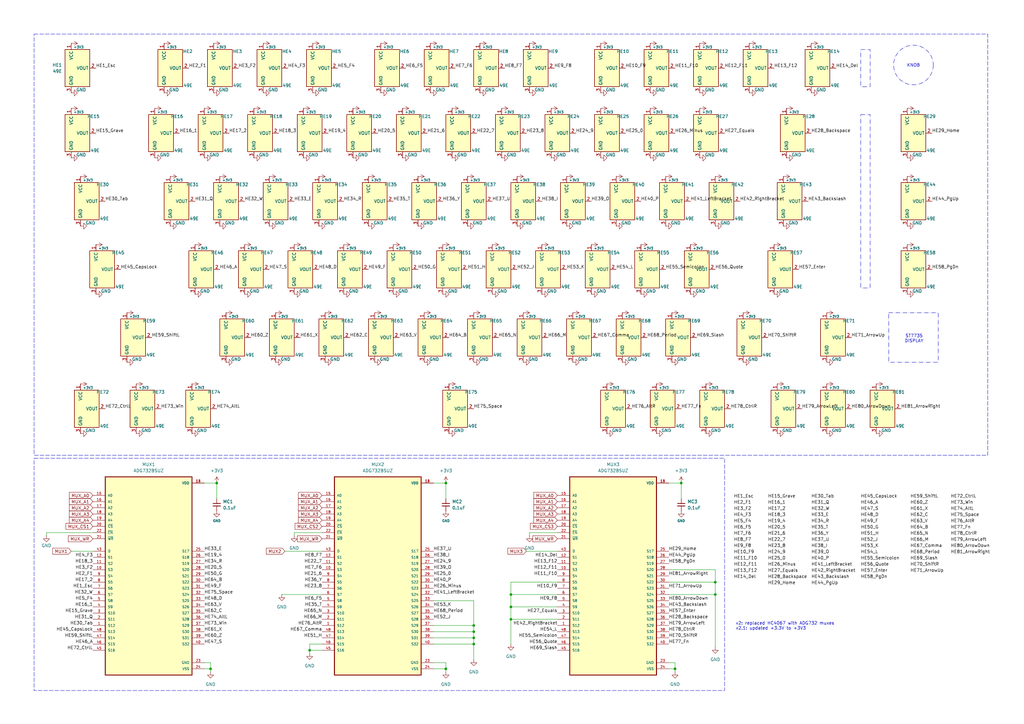
<source format=kicad_sch>
(kicad_sch (version 20250114) (generator "eeschema") (generator_version "9.0")
  (paper "A3")
  (rectangle (start 13.97 187.96) (end 297.18 283.21) (stroke (width 0) (type dash)))
  (rectangle (start 353.06 20.32) (end 356.87 35.56) (stroke (width 0) (type dash_dot)))
  (rectangle (start 353.06 46.99) (end 356.87 118.11) (stroke (width 0) (type dash_dot)))
  (circle (center 374.65 26.67) (radius 8.132) (stroke (width 0) (type dash_dot)))
  (rectangle (start 13.97 13.97) (end 405.13 186.69) (stroke (width 0) (type dash)))
  (rectangle (start 364.49 128.27) (end 384.81 148.59) (stroke (width 0) (type dash_dot)))
  (text "v2: replaced HC4067 with ADG732 muxes\nv2.1: updated +3.3V to +3V3" (at 301.752 256.794 0) (effects (font (size 1.27 1.27)) (justify left)))
  (text "KNOB" (at 374.65 26.924 0) (effects (font (size 1.27 1.27))))
  (text "ST7735\nDISPLAY" (at 374.904 138.938 0) (effects (font (size 1.27 1.27))))
  (junction (at 293.37 243.84))
  (junction (at 209.55 248.92))
  (junction (at 293.37 238.76))
  (junction (at 86.36 274.32))
  (junction (at 182.88 198.12))
  (junction (at 194.31 261.62))
  (junction (at 88.9 198.12))
  (junction (at 194.31 264.16))
  (junction (at 127 266.7))
  (junction (at 279.4 198.12))
  (junction (at 209.55 243.84))
  (junction (at 194.31 256.54))
  (junction (at 209.55 254))
  (junction (at 182.88 274.32))
  (junction (at 194.31 259.08))
  (junction (at 276.86 274.32))
  (wire (pts (xy 279.4 198.12) (xy 274.32 198.12)))
  (wire (pts (xy 274.32 243.84) (xy 293.37 243.84)))
  (wire (pts (xy 19.05 218.44) (xy 19.05 219.71)))
  (wire (pts (xy 209.55 248.92) (xy 209.55 254)))
  (wire (pts (xy 217.17 218.44) (xy 228.6 218.44)))
  (wire (pts (xy 182.88 198.12) (xy 177.8 198.12)))
  (wire (pts (xy 120.65 218.44) (xy 132.08 218.44)))
  (wire (pts (xy 182.88 275.59) (xy 182.88 274.32)))
  (wire (pts (xy 177.8 256.54) (xy 194.31 256.54)))
  (wire (pts (xy 86.36 275.59) (xy 86.36 274.32)))
  (wire (pts (xy 182.88 271.78) (xy 182.88 274.32)))
  (wire (pts (xy 194.31 246.38) (xy 194.31 256.54)))
  (wire (pts (xy 209.55 238.76) (xy 209.55 243.84)))
  (wire (pts (xy 194.31 261.62) (xy 194.31 264.16)))
  (wire (pts (xy 88.9 198.12) (xy 88.9 204.47)))
  (wire (pts (xy 276.86 271.78) (xy 276.86 274.32)))
  (wire (pts (xy 274.32 274.32) (xy 276.86 274.32)))
  (wire (pts (xy 127 266.7) (xy 127 267.97)))
  (wire (pts (xy 194.31 259.08) (xy 194.31 261.62)))
  (wire (pts (xy 209.55 243.84) (xy 209.55 248.92)))
  (wire (pts (xy 209.55 254) (xy 228.6 254)))
  (wire (pts (xy 127 264.16) (xy 127 266.7)))
  (wire (pts (xy 116.84 226.06) (xy 132.08 226.06)))
  (wire (pts (xy 274.32 271.78) (xy 276.86 271.78)))
  (wire (pts (xy 209.55 243.84) (xy 228.6 243.84)))
  (wire (pts (xy 132.08 266.7) (xy 127 266.7)))
  (wire (pts (xy 120.65 218.44) (xy 120.65 219.71)))
  (wire (pts (xy 132.08 243.84) (xy 115.57 243.84)))
  (wire (pts (xy 276.86 275.59) (xy 276.86 274.32)))
  (wire (pts (xy 194.31 256.54) (xy 194.31 259.08)))
  (wire (pts (xy 209.55 248.92) (xy 228.6 248.92)))
  (wire (pts (xy 293.37 233.68) (xy 293.37 238.76)))
  (wire (pts (xy 83.82 274.32) (xy 86.36 274.32)))
  (wire (pts (xy 194.31 264.16) (xy 194.31 270.51)))
  (wire (pts (xy 279.4 198.12) (xy 279.4 204.47)))
  (wire (pts (xy 29.21 226.06) (xy 38.1 226.06)))
  (wire (pts (xy 177.8 261.62) (xy 194.31 261.62)))
  (wire (pts (xy 83.82 271.78) (xy 86.36 271.78)))
  (wire (pts (xy 132.08 264.16) (xy 127 264.16)))
  (wire (pts (xy 274.32 238.76) (xy 293.37 238.76)))
  (wire (pts (xy 274.32 233.68) (xy 293.37 233.68)))
  (wire (pts (xy 177.8 259.08) (xy 194.31 259.08)))
  (wire (pts (xy 177.8 274.32) (xy 182.88 274.32)))
  (wire (pts (xy 177.8 264.16) (xy 194.31 264.16)))
  (wire (pts (xy 177.8 271.78) (xy 182.88 271.78)))
  (wire (pts (xy 88.9 198.12) (xy 83.82 198.12)))
  (wire (pts (xy 293.37 238.76) (xy 293.37 243.84)))
  (wire (pts (xy 86.36 271.78) (xy 86.36 274.32)))
  (wire (pts (xy 182.88 198.12) (xy 182.88 204.47)))
  (wire (pts (xy 177.8 246.38) (xy 194.31 246.38)))
  (wire (pts (xy 217.17 218.44) (xy 217.17 219.71)))
  (wire (pts (xy 228.6 238.76) (xy 209.55 238.76)))
  (wire (pts (xy 209.55 264.16) (xy 209.55 254)))
  (wire (pts (xy 215.9 226.06) (xy 228.6 226.06)))
  (wire (pts (xy 38.1 218.44) (xy 19.05 218.44)))
  (wire (pts (xy 293.37 243.84) (xy 293.37 265.43)))
  (label "HE61_X" (at 123.19 138.43 0))
  (label "HE46_A" (at 38.1 264.16 180))
  (label "HE52_J" (at 353.06 222.25 0))
  (label "HE27_Equals" (at 314.96 234.95 0))
  (label "HE73_Win" (at 66.04 167.64 0))
  (label "HE54_L" (at 252.73 110.49 0))
  (label "HE10_F9" (at 256.54 27.94 0))
  (label "HE29_Home" (at 314.96 240.03 0))
  (label "HE54_L" (at 228.6 259.08 180))
  (label "HE46_A" (at 353.06 207.01 0))
  (label "HE19_4" (at 134.62 54.61 0))
  (label "HE26_Minus" (at 314.96 232.41 0))
  (label "HE30_Tab" (at 38.1 256.54 180))
  (label "HE53_K" (at 177.8 248.92 0))
  (label "HE19_4" (at 83.82 228.6 0))
  (label "HE31_Q" (at 332.74 207.01 0))
  (label "HE15_Grave" (at 39.37 54.61 0))
  (label "HE69_Slash" (at 285.75 138.43 0))
  (label "HE22_7" (at 195.58 54.61 0))
  (label "HE36_Y" (at 181.61 82.55 0))
  (label "HE60_Z" (at 373.38 207.01 0))
  (label "HE23_8" (at 215.9 54.61 0))
  (label "HE63_V" (at 83.82 248.92 0))
  (label "HE14_Del" (at 300.99 237.49 0))
  (label "HE39_O" (at 332.74 227.33 0))
  (label "HE75_Space" (at 83.82 243.84 0))
  (label "HE43_Backslash" (at 331.47 82.55 0))
  (label "HE62_C" (at 83.82 251.46 0))
  (label "HE51_H" (at 132.08 261.62 180))
  (label "HE24_9" (at 314.96 227.33 0))
  (label "HE43_Backslash" (at 274.32 248.92 0))
  (label "HE34_R" (at 332.74 214.63 0))
  (label "HE52_J" (at 212.09 110.49 0))
  (label "HE14_Del" (at 228.6 228.6 180))
  (label "HE8_F7" (at 300.99 222.25 0))
  (label "HE41_LeftBracket" (at 283.21 82.55 0))
  (label "HE75_Space" (at 389.89 212.09 0))
  (label "HE56_Quote" (at 228.6 264.16 180))
  (label "HE2_F1" (at 300.99 207.01 0))
  (label "HE58_PgDn" (at 382.27 110.49 0))
  (label "HE50_G" (at 353.06 217.17 0))
  (label "HE78_CtrlR" (at 299.72 167.64 0))
  (label "HE74_AltL" (at 83.82 254 0))
  (label "HE32_W" (at 100.33 82.55 0))
  (label "HE25_0" (at 177.8 236.22 0))
  (label "HE68_Period" (at 265.43 138.43 0))
  (label "HE14_Del" (at 342.9 27.94 0))
  (label "HE45_CapsLock" (at 49.53 110.49 0))
  (label "HE18_3" (at 38.1 231.14 180))
  (label "HE33_E" (at 83.82 226.06 0))
  (label "HE66_M" (at 373.38 222.25 0))
  (label "HE53_K" (at 232.41 110.49 0))
  (label "HE60_Z" (at 83.82 261.62 0))
  (label "HE4_F3" (at 38.1 228.6 180))
  (label "HE55_Semicolon" (at 353.06 229.87 0))
  (label "HE3_F2" (at 300.99 209.55 0))
  (label "HE48_D" (at 353.06 212.09 0))
  (label "HE16_1" (at 73.66 54.61 0))
  (label "HE34_R" (at 83.82 231.14 0))
  (label "HE37_U" (at 177.8 226.06 0))
  (label "HE29_Home" (at 382.27 54.61 0))
  (label "HE31_Q" (at 38.1 254 180))
  (label "HE59_ShiftL" (at 62.23 138.43 0))
  (label "HE77_Fn" (at 389.89 217.17 0))
  (label "HE15_Grave" (at 38.1 251.46 180))
  (label "HE17_2" (at 38.1 238.76 180))
  (label "HE79_ArrowLeft" (at 389.89 222.25 0))
  (label "HE49_F" (at 83.82 241.3 0))
  (label "HE71_ArrowUp" (at 274.32 241.3 0))
  (label "HE35_T" (at 332.74 217.17 0))
  (label "HE4_F3" (at 300.99 212.09 0))
  (label "HE17_2" (at 314.96 209.55 0))
  (label "HE28_Backspace" (at 332.74 54.61 0))
  (label "HE20_5" (at 314.96 217.17 0))
  (label "HE55_Semicolon" (at 273.05 110.49 0))
  (label "HE32_W" (at 332.74 209.55 0))
  (label "HE11_F10" (at 228.6 236.22 180))
  (label "HE11_F10" (at 300.99 229.87 0))
  (label "HE34_R" (at 140.97 82.55 0))
  (label "HE40_P" (at 332.74 229.87 0))
  (label "HE22_7" (at 314.96 222.25 0))
  (label "HE49_F" (at 353.06 214.63 0))
  (label "HE3_F2" (at 38.1 233.68 180))
  (label "HE13_F12" (at 228.6 231.14 180))
  (label "HE74_AltL" (at 88.9 167.64 0))
  (label "HE61_X" (at 83.82 259.08 0))
  (label "HE66_M" (at 132.08 254 180))
  (label "HE76_AltR" (at 259.08 167.64 0))
  (label "HE45_CapsLock" (at 38.1 259.08 180))
  (label "HE38_I" (at 177.8 228.6 0))
  (label "HE70_ShiftR" (at 274.32 261.62 0))
  (label "HE66_M" (at 224.79 138.43 0))
  (label "HE9_F8" (at 227.33 27.94 0))
  (label "HE2_F1" (at 77.47 27.94 0))
  (label "HE67_Comma" (at 132.08 259.08 180))
  (label "HE58_PgDn" (at 274.32 231.14 0))
  (label "HE81_ArrowRight" (at 369.57 167.64 0))
  (label "HE44_PgUp" (at 274.32 228.6 0))
  (label "HE61_X" (at 373.38 209.55 0))
  (label "HE48_D" (at 83.82 246.38 0))
  (label "HE76_AltR" (at 132.08 256.54 180))
  (label "HE15_Grave" (at 314.96 204.47 0))
  (label "HE46_A" (at 90.17 110.49 0))
  (label "HE80_ArrowDown" (at 274.32 246.38 0))
  (label "HE48_D" (at 130.81 110.49 0))
  (label "HE30_Tab" (at 332.74 204.47 0))
  (label "HE6_F5" (at 132.08 246.38 180))
  (label "HE6_F5" (at 300.99 217.17 0))
  (label "HE70_ShiftR" (at 373.38 232.41 0))
  (label "HE8_F7" (at 207.01 27.94 0))
  (label "HE71_ArrowUp" (at 349.25 138.43 0))
  (label "HE20_5" (at 83.82 233.68 0))
  (label "HE11_F10" (at 276.86 27.94 0))
  (label "HE56_Quote" (at 293.37 110.49 0))
  (label "HE1_Esc" (at 38.1 241.3 180))
  (label "HE20_5" (at 154.94 54.61 0))
  (label "HE79_ArrowLeft" (at 274.32 256.54 0))
  (label "HE73_Win" (at 389.89 207.01 0))
  (label "HE78_CtrlR" (at 389.89 219.71 0))
  (label "HE24_9" (at 177.8 231.14 0))
  (label "HE24_9" (at 236.22 54.61 0))
  (label "HE4_F3" (at 118.11 27.94 0))
  (label "HE10_F9" (at 300.99 227.33 0))
  (label "HE18_3" (at 114.3 54.61 0))
  (label "HE74_AltL" (at 389.89 209.55 0))
  (label "HE7_F6" (at 300.99 219.71 0))
  (label "HE13_F12" (at 317.5 27.94 0))
  (label "HE32_W" (at 38.1 243.84 180))
  (label "HE5_F4" (at 38.1 246.38 180))
  (label "HE1_Esc" (at 39.37 27.94 0))
  (label "HE2_F1" (at 38.1 236.22 180))
  (label "HE21_6" (at 314.96 219.71 0))
  (label "HE8_F7" (at 132.08 228.6 180))
  (label "HE33_E" (at 120.65 82.55 0))
  (label "HE70_ShiftR" (at 314.96 138.43 0))
  (label "HE17_2" (at 93.98 54.61 0))
  (label "HE35_T" (at 132.08 248.92 180))
  (label "HE63_V" (at 163.83 138.43 0))
  (label "HE37_U" (at 332.74 222.25 0))
  (label "HE62_C" (at 143.51 138.43 0))
  (label "HE27_Equals" (at 297.18 54.61 0))
  (label "HE65_N" (at 373.38 219.71 0))
  (label "HE40_P" (at 177.8 238.76 0))
  (label "HE65_N" (at 204.47 138.43 0))
  (label "HE26_Minus" (at 276.86 54.61 0))
  (label "HE9_F8" (at 300.99 224.79 0))
  (label "HE33_E" (at 332.74 212.09 0))
  (label "HE36_Y" (at 332.74 219.71 0))
  (label "HE18_3" (at 314.96 212.09 0))
  (label "HE80_ArrowDown" (at 389.89 224.79 0))
  (label "HE64_B" (at 184.15 138.43 0))
  (label "HE52_J" (at 177.8 254 0))
  (label "HE62_C" (at 373.38 212.09 0))
  (label "HE1_Esc" (at 300.99 204.47 0))
  (label "HE49_F" (at 151.13 110.49 0))
  (label "HE67_Comma" (at 373.38 224.79 0))
  (label "HE55_Semicolon" (at 228.6 261.62 180))
  (label "HE69_Slash" (at 228.6 266.7 180))
  (label "HE57_Enter" (at 274.32 251.46 0))
  (label "HE69_Slash" (at 373.38 229.87 0))
  (label "HE38_I" (at 222.25 82.55 0))
  (label "HE6_F5" (at 166.37 27.94 0))
  (label "HE41_LeftBracket" (at 177.8 243.84 0))
  (label "HE59_ShiftL" (at 373.38 204.47 0))
  (label "HE19_4" (at 314.96 214.63 0))
  (label "HE81_ArrowRight" (at 274.32 236.22 0))
  (label "HE80_ArrowDown" (at 349.25 167.64 0))
  (label "HE22_7" (at 132.08 231.14 180))
  (label "HE47_S" (at 353.06 209.55 0))
  (label "HE64_B" (at 83.82 238.76 0))
  (label "HE63_V" (at 373.38 214.63 0))
  (label "HE71_ArrowUp" (at 373.38 234.95 0))
  (label "HE37_U" (at 201.93 82.55 0))
  (label "HE31_Q" (at 80.01 82.55 0))
  (label "HE44_PgUp" (at 332.74 240.03 0))
  (label "HE53_K" (at 353.06 224.79 0))
  (label "HE42_RightBracket" (at 332.74 234.95 0))
  (label "HE45_CapsLock" (at 353.06 204.47 0))
  (label "HE47_S" (at 83.82 264.16 0))
  (label "HE12_F11" (at 297.18 27.94 0))
  (label "HE39_O" (at 177.8 233.68 0))
  (label "HE5_F4" (at 138.43 27.94 0))
  (label "HE41_LeftBracket" (at 332.74 232.41 0))
  (label "HE7_F6" (at 132.08 233.68 180))
  (label "HE40_P" (at 262.89 82.55 0))
  (label "HE16_1" (at 38.1 248.92 180))
  (label "HE57_Enter" (at 353.06 234.95 0))
  (label "HE42_RightBracket" (at 228.6 256.54 180))
  (label "HE57_Enter" (at 327.66 110.49 0))
  (label "HE13_F12" (at 300.99 234.95 0))
  (label "HE3_F2" (at 97.79 27.94 0))
  (label "HE76_AltR" (at 389.89 214.63 0))
  (label "HE10_F9" (at 228.6 241.3 180))
  (label "HE26_Minus" (at 177.8 241.3 0))
  (label "HE21_6" (at 175.26 54.61 0))
  (label "HE12_F11" (at 300.99 232.41 0))
  (label "HE38_I" (at 332.74 224.79 0))
  (label "HE75_Space" (at 194.31 167.64 0))
  (label "HE51_H" (at 353.06 219.71 0))
  (label "HE43_Backslash" (at 332.74 237.49 0))
  (label "HE39_O" (at 242.57 82.55 0))
  (label "HE25_0" (at 314.96 229.87 0))
  (label "HE68_Period" (at 373.38 227.33 0))
  (label "HE73_Win" (at 83.82 256.54 0))
  (label "HE42_RightBracket" (at 303.53 82.55 0))
  (label "HE79_ArrowLeft" (at 328.93 167.64 0))
  (label "HE5_F4" (at 300.99 214.63 0))
  (label "HE7_F6" (at 186.69 27.94 0))
  (label "HE29_Home" (at 274.32 226.06 0))
  (label "HE9_F8" (at 228.6 246.38 180))
  (label "HE68_Period" (at 177.8 251.46 0))
  (label "HE56_Quote" (at 353.06 232.41 0))
  (label "HE77_Fn" (at 274.32 264.16 0))
  (label "HE28_Backspace" (at 274.32 254 0))
  (label "HE65_N" (at 132.08 251.46 180))
  (label "HE27_Equals" (at 228.6 251.46 180))
  (label "HE30_Tab" (at 43.18 82.55 0))
  (label "HE72_CtrlL" (at 38.1 266.7 180))
  (label "HE72_CtrlL" (at 389.89 204.47 0))
  (label "HE60_Z" (at 102.87 138.43 0))
  (label "HE78_CtrlR" (at 274.32 259.08 0))
  (label "HE81_ArrowRight" (at 389.89 227.33 0))
  (label "HE36_Y" (at 132.08 238.76 180))
  (label "HE64_B" (at 373.38 217.17 0))
  (label "HE28_Backspace" (at 314.96 237.49 0))
  (label "HE58_PgDn" (at 353.06 237.49 0))
  (label "HE23_8" (at 132.08 241.3 180))
  (label "HE51_H" (at 191.77 110.49 0))
  (label "HE50_G" (at 83.82 236.22 0))
  (label "HE77_Fn" (at 279.4 167.64 0))
  (label "HE25_0" (at 256.54 54.61 0))
  (label "HE23_8" (at 314.96 224.79 0))
  (label "HE44_PgUp" (at 382.27 82.55 0))
  (label "HE35_T" (at 161.29 82.55 0))
  (label "HE47_S" (at 110.49 110.49 0))
  (label "HE21_6" (at 132.08 236.22 180))
  (label "HE12_F11" (at 228.6 233.68 180))
  (label "HE16_1" (at 314.96 207.01 0))
  (label "HE72_CtrlL" (at 43.18 167.64 0))
  (label "HE59_ShiftL" (at 38.1 261.62 180))
  (label "HE50_G" (at 171.45 110.49 0))
  (label "HE67_Comma" (at 245.11 138.43 0))
  (label "HE54_L" (at 353.06 227.33 0))
  (global_label "MUX_CS3" (shape input) (at 228.6 215.9 180) (property "Intersheetrefs" "${INTERSHEET_REFS}" (effects (hide yes))))
  (global_label "MUX_A4" (shape input) (at 38.1 213.36 180) (property "Intersheetrefs" "${INTERSHEET_REFS}" (effects (hide yes))))
  (global_label "MUX_A0" (shape input) (at 228.6 203.2 180) (property "Intersheetrefs" "${INTERSHEET_REFS}" (effects (hide yes))))
  (global_label "MUX_A4" (shape input) (at 228.6 213.36 180) (property "Intersheetrefs" "${INTERSHEET_REFS}" (effects (hide yes))))
  (global_label "MUX_CS1" (shape input) (at 38.1 215.9 180) (property "Intersheetrefs" "${INTERSHEET_REFS}" (effects (hide yes))))
  (global_label "MUX3" (shape input) (at 215.9 226.06 180) (property "Intersheetrefs" "${INTERSHEET_REFS}" (effects (hide yes))))
  (global_label "MUX_A0" (shape input) (at 38.1 203.2 180) (property "Intersheetrefs" "${INTERSHEET_REFS}" (effects (hide yes))))
  (global_label "MUX_A2" (shape input) (at 228.6 208.28 180) (property "Intersheetrefs" "${INTERSHEET_REFS}" (effects (hide yes))))
  (global_label "MUX_WR" (shape input) (at 228.6 220.98 180) (property "Intersheetrefs" "${INTERSHEET_REFS}" (effects (hide yes))))
  (global_label "MUX_A0" (shape input) (at 132.08 203.2 180) (property "Intersheetrefs" "${INTERSHEET_REFS}" (effects (hide yes))))
  (global_label "MUX_A2" (shape input) (at 38.1 208.28 180) (property "Intersheetrefs" "${INTERSHEET_REFS}" (effects (hide yes))))
  (global_label "MUX_WR" (shape input) (at 38.1 220.98 180) (property "Intersheetrefs" "${INTERSHEET_REFS}" (effects (hide yes))))
  (global_label "MUX_WR" (shape input) (at 132.08 220.98 180) (property "Intersheetrefs" "${INTERSHEET_REFS}" (effects (hide yes))))
  (global_label "MUX_A4" (shape input) (at 132.08 213.36 180) (property "Intersheetrefs" "${INTERSHEET_REFS}" (effects (hide yes))))
  (global_label "MUX_A1" (shape input) (at 38.1 205.74 180) (property "Intersheetrefs" "${INTERSHEET_REFS}" (effects (hide yes))))
  (global_label "MUX_A1" (shape input) (at 132.08 205.74 180) (property "Intersheetrefs" "${INTERSHEET_REFS}" (effects (hide yes))))
  (global_label "MUX_A1" (shape input) (at 228.6 205.74 180) (property "Intersheetrefs" "${INTERSHEET_REFS}" (effects (hide yes))))
  (global_label "MUX_A3" (shape input) (at 132.08 210.82 180) (property "Intersheetrefs" "${INTERSHEET_REFS}" (effects (hide yes))))
  (global_label "MUX_A3" (shape input) (at 228.6 210.82 180) (property "Intersheetrefs" "${INTERSHEET_REFS}" (effects (hide yes))))
  (global_label "MUX_A3" (shape input) (at 38.1 210.82 180) (property "Intersheetrefs" "${INTERSHEET_REFS}" (effects (hide yes))))
  (global_label "MUX1" (shape input) (at 29.21 226.06 180) (property "Intersheetrefs" "${INTERSHEET_REFS}" (effects (hide yes))))
  (global_label "MUX_CS2" (shape input) (at 132.08 215.9 180) (property "Intersheetrefs" "${INTERSHEET_REFS}" (effects (hide yes))))
  (global_label "MUX_A2" (shape input) (at 132.08 208.28 180) (property "Intersheetrefs" "${INTERSHEET_REFS}" (effects (hide yes))))
  (global_label "MUX2" (shape input) (at 116.84 226.06 180) (property "Intersheetrefs" "${INTERSHEET_REFS}" (effects (hide yes))))
  (symbol (lib_id "power:GND") (at 242.57 120.65 90) (unit 1)
    (property "Reference" "#PWR0321" (effects (hide yes)))
    (property "Value" "GND" (at 244.602 119.38 90) (effects (justify right)))
    (property "Description" "Power symbol creates a global label with name \"GND\" , ground" (effects (hide yes)))
  )
  (symbol (lib_id "power:+3V3") (at 92.71 128.27 270) (unit 1)
    (property "Reference" "#PWR0332" (effects (hide yes)))
    (property "Value" "+3V3" (at 95.758 129.794 90) (effects (font (size 1 1))))
    (property "Description" "Power symbol creates a global label with name \"+3V3\"" (effects (hide yes)))
  )
  (symbol (lib_id "power:+3V3") (at 173.99 128.27 270) (unit 1)
    (property "Reference" "#PWR0340" (effects (hide yes)))
    (property "Value" "+3V3" (at 177.038 129.794 90) (effects (font (size 1 1))))
    (property "Description" "Power symbol creates a global label with name \"+3V3\"" (effects (hide yes)))
  )
  (symbol (lib_id "power:GND") (at 293.37 265.43 0) (unit 1)
    (property "Reference" "#PWR0450" (effects (hide yes)))
    (property "Value" "GND" (at 293.37 270.51 0))
    (property "Description" "Power symbol creates a global label with name \"GND\" , ground" (effects (hide yes)))
  )
  (symbol (lib_id "power:GND") (at 165.1 64.77 90) (unit 1)
    (property "Reference" "#PWR0255" (effects (hide yes)))
    (property "Value" "GND" (at 167.132 63.5 90) (effects (justify right)))
    (property "Description" "Power symbol creates a global label with name \"GND\" , ground" (effects (hide yes)))
  )
  (symbol (lib_id "PCM_marbastlib-he:SW_MX_HE") (at 251.46 167.64 0) (unit 1)
    (property "Reference" "HE76" (at 260.604 160.782 0) (effects (justify right)))
    (property "Value" "49E" (at 260.604 174.752 0) (effects (justify right)))
    (property "Footprint" "PCM_marbastlib-xp-he:SW_MX_HE_90deg_1u_Rules" (effects (hide yes)))
    (property "Datasheet" "https://wmsc.lcsc.com/wmsc/upload/file/pdf/v2/lcsc/2310271810_Hallwee-HAL9303SO_C19089525.pdf" (effects (hide yes)))
    (property "Description" "Hall effect switch, bipolar, -+1000Gs, 4.7mV/Gs, -40C to +150C, SOT-23" (effects (hide yes)))
    (property "LCSC" "C7420984" (effects (hide yes)))
  )
  (symbol (lib_id "power:GND") (at 217.17 219.71 0) (unit 1)
    (property "Reference" "#PWR011" (effects (hide yes)))
    (property "Value" "GND" (at 217.17 224.79 0))
    (property "Description" "Power symbol creates a global label with name \"GND\" , ground" (effects (hide yes)))
  )
  (symbol (lib_id "power:GND") (at 83.82 64.77 90) (unit 1)
    (property "Reference" "#PWR0247" (effects (hide yes)))
    (property "Value" "GND" (at 85.852 63.5 90) (effects (justify right)))
    (property "Description" "Power symbol creates a global label with name \"GND\" , ground" (effects (hide yes)))
  )
  (symbol (lib_id "power:GND") (at 184.15 177.8 90) (unit 1)
    (property "Reference" "#PWR0363" (effects (hide yes)))
    (property "Value" "GND" (at 186.182 176.53 90) (effects (justify right)))
    (property "Description" "Power symbol creates a global label with name \"GND\" , ground" (effects (hide yes)))
  )
  (symbol (lib_id "power:+3V3") (at 55.88 157.48 270) (unit 1)
    (property "Reference" "#PWR0358" (effects (hide yes)))
    (property "Value" "+3V3" (at 58.928 159.004 90) (effects (font (size 1 1))))
    (property "Description" "Power symbol creates a global label with name \"+3V3\"" (effects (hide yes)))
  )
  (symbol (lib_id "PCM_marbastlib-he:SW_MX_HE") (at 307.34 138.43 0) (unit 1)
    (property "Reference" "HE70" (at 316.484 131.572 0) (effects (justify right)))
    (property "Value" "49E" (at 316.484 145.542 0) (effects (justify right)))
    (property "Footprint" "PCM_marbastlib-xp-he:SW_MX_HE_90deg_1.75u_Rules" (effects (hide yes)))
    (property "Datasheet" "https://wmsc.lcsc.com/wmsc/upload/file/pdf/v2/lcsc/2310271810_Hallwee-HAL9303SO_C19089525.pdf" (effects (hide yes)))
    (property "Description" "Hall effect switch, bipolar, -+1000Gs, 4.7mV/Gs, -40C to +150C, SOT-23" (effects (hide yes)))
    (property "LCSC" "C7420984" (effects (hide yes)))
  )
  (symbol (lib_id "PCM_marbastlib-he:SW_MX_HE") (at 113.03 82.55 0) (unit 1)
    (property "Reference" "HE33" (at 122.174 75.692 0) (effects (justify right)))
    (property "Value" "49E" (at 122.174 89.662 0) (effects (justify right)))
    (property "Footprint" "PCM_marbastlib-xp-he:SW_MX_HE_90deg_1u_Rules" (effects (hide yes)))
    (property "Datasheet" "https://wmsc.lcsc.com/wmsc/upload/file/pdf/v2/lcsc/2310271810_Hallwee-HAL9303SO_C19089525.pdf" (effects (hide yes)))
    (property "Description" "Hall effect switch, bipolar, -+1000Gs, 4.7mV/Gs, -40C to +150C, SOT-23" (effects (hide yes)))
    (property "LCSC" "C7420984" (effects (hide yes)))
  )
  (symbol (lib_id "power:GND") (at 372.11 64.77 90) (unit 1)
    (property "Reference" "#PWR0271" (effects (hide yes)))
    (property "Value" "GND" (at 374.142 63.5 90) (effects (justify right)))
    (property "Description" "Power symbol creates a global label with name \"GND\" , ground" (effects (hide yes)))
  )
  (symbol (lib_id "PCM_marbastlib-he:SW_MX_HE") (at 321.31 167.64 0) (unit 1)
    (property "Reference" "HE79" (at 330.454 160.782 0) (effects (justify right)))
    (property "Value" "49E" (at 330.454 174.752 0) (effects (justify right)))
    (property "Footprint" "PCM_marbastlib-xp-he:SW_MX_HE_90deg_1u_Rules" (effects (hide yes)))
    (property "Datasheet" "https://wmsc.lcsc.com/wmsc/upload/file/pdf/v2/lcsc/2310271810_Hallwee-HAL9303SO_C19089525.pdf" (effects (hide yes)))
    (property "Description" "Hall effect switch, bipolar, -+1000Gs, 4.7mV/Gs, -40C to +150C, SOT-23" (effects (hide yes)))
    (property "LCSC" "C7420984" (effects (hide yes)))
  )
  (symbol (lib_id "PCM_marbastlib-he:SW_MX_HE") (at 248.92 27.94 0) (unit 1)
    (property "Reference" "HE10" (at 258.064 21.082 0) (effects (justify right)))
    (property "Value" "49E" (at 258.064 35.052 0) (effects (justify right)))
    (property "Footprint" "PCM_marbastlib-xp-he:SW_MX_HE_90deg_1u_Rules" (effects (hide yes)))
    (property "Datasheet" "https://wmsc.lcsc.com/wmsc/upload/file/pdf/v2/lcsc/2310271810_Hallwee-HAL9303SO_C19089525.pdf" (effects (hide yes)))
    (property "Description" "Hall effect switch, bipolar, -+1000Gs, 4.7mV/Gs, -40C to +150C, SOT-23" (effects (hide yes)))
    (property "LCSC" "C7420984" (effects (hide yes)))
  )
  (symbol (lib_id "PCM_marbastlib-he:SW_MX_HE") (at 176.53 138.43 0) (unit 1)
    (property "Reference" "HE64" (at 185.674 131.572 0) (effects (justify right)))
    (property "Value" "49E" (at 185.674 145.542 0) (effects (justify right)))
    (property "Footprint" "PCM_marbastlib-xp-he:SW_MX_HE_90deg_1u_Rules" (effects (hide yes)))
    (property "Datasheet" "https://wmsc.lcsc.com/wmsc/upload/file/pdf/v2/lcsc/2310271810_Hallwee-HAL9303SO_C19089525.pdf" (effects (hide yes)))
    (property "Description" "Hall effect switch, bipolar, -+1000Gs, 4.7mV/Gs, -40C to +150C, SOT-23" (effects (hide yes)))
    (property "LCSC" "C7420984" (effects (hide yes)))
  )
  (symbol (lib_id "PCM_marbastlib-he:SW_MX_HE") (at 31.75 27.94 0) (unit 1)
    (property "Reference" "HE1" (at 25.4 26.6699 0) (effects (justify right)))
    (property "Value" "49E" (at 25.4 29.2099 0) (effects (justify right)))
    (property "Footprint" "PCM_marbastlib-xp-he:SW_MX_HE_90deg_1u_Rules" (effects (hide yes)))
    (property "Datasheet" "https://wmsc.lcsc.com/wmsc/upload/file/pdf/v2/lcsc/2310271810_Hallwee-HAL9303SO_C19089525.pdf" (effects (hide yes)))
    (property "Description" "Hall effect switch, bipolar, -+1000Gs, 4.7mV/Gs, -40C to +150C, SOT-23" (effects (hide yes)))
    (property "LCSC" "C7420984" (effects (hide yes)))
  )
  (symbol (lib_id "power:+3V3") (at 104.14 44.45 270) (unit 1)
    (property "Reference" "#PWR0248" (effects (hide yes)))
    (property "Value" "+3V3" (at 107.188 45.974 90) (effects (font (size 1 1))))
    (property "Description" "Power symbol creates a global label with name \"+3V3\"" (effects (hide yes)))
  )
  (symbol (lib_id "power:GND") (at 191.77 92.71 90) (unit 1)
    (property "Reference" "#PWR0287" (effects (hide yes)))
    (property "Value" "GND" (at 193.802 91.44 90) (effects (justify right)))
    (property "Description" "Power symbol creates a global label with name \"GND\" , ground" (effects (hide yes)))
  )
  (symbol (lib_id "power:GND") (at 266.7 64.77 90) (unit 1)
    (property "Reference" "#PWR0265" (effects (hide yes)))
    (property "Value" "GND" (at 268.732 63.5 90) (effects (justify right)))
    (property "Description" "Power symbol creates a global label with name \"GND\" , ground" (effects (hide yes)))
  )
  (symbol (lib_id "PCM_marbastlib-he:SW_MX_HE") (at 163.83 110.49 0) (unit 1)
    (property "Reference" "HE50" (at 172.974 103.632 0) (effects (justify right)))
    (property "Value" "49E" (at 172.974 117.602 0) (effects (justify right)))
    (property "Footprint" "PCM_marbastlib-xp-he:SW_MX_HE_90deg_1u_Rules" (effects (hide yes)))
    (property "Datasheet" "https://wmsc.lcsc.com/wmsc/upload/file/pdf/v2/lcsc/2310271810_Hallwee-HAL9303SO_C19089525.pdf" (effects (hide yes)))
    (property "Description" "Hall effect switch, bipolar, -+1000Gs, 4.7mV/Gs, -40C to +150C, SOT-23" (effects (hide yes)))
    (property "LCSC" "C7420984" (effects (hide yes)))
  )
  (symbol (lib_id "power:+3V3") (at 205.74 44.45 270) (unit 1)
    (property "Reference" "#PWR0258" (effects (hide yes)))
    (property "Value" "+3V3" (at 208.788 45.974 90) (effects (font (size 1 1))))
    (property "Description" "Power symbol creates a global label with name \"+3V3\"" (effects (hide yes)))
  )
  (symbol (lib_id "power:GND") (at 287.02 64.77 90) (unit 1)
    (property "Reference" "#PWR0267" (effects (hide yes)))
    (property "Value" "GND" (at 289.052 63.5 90) (effects (justify right)))
    (property "Description" "Power symbol creates a global label with name \"GND\" , ground" (effects (hide yes)))
  )
  (symbol (lib_id "power:GND") (at 90.17 92.71 90) (unit 1)
    (property "Reference" "#PWR0277" (effects (hide yes)))
    (property "Value" "GND" (at 92.202 91.44 90) (effects (justify right)))
    (property "Description" "Power symbol creates a global label with name \"GND\" , ground" (effects (hide yes)))
  )
  (symbol (lib_id "power:GND") (at 176.53 38.1 90) (unit 1)
    (property "Reference" "#PWR0227" (effects (hide yes)))
    (property "Value" "GND" (at 178.562 36.83 90) (effects (justify right)))
    (property "Description" "Power symbol creates a global label with name \"GND\" , ground" (effects (hide yes)))
  )
  (symbol (lib_id "PCM_marbastlib-he:SW_MX_HE") (at 265.43 110.49 0) (unit 1)
    (property "Reference" "HE55" (at 274.574 103.632 0) (effects (justify right)))
    (property "Value" "49E" (at 274.574 117.602 0) (effects (justify right)))
    (property "Footprint" "PCM_marbastlib-xp-he:SW_MX_HE_90deg_1u_Rules" (effects (hide yes)))
    (property "Datasheet" "https://wmsc.lcsc.com/wmsc/upload/file/pdf/v2/lcsc/2310271810_Hallwee-HAL9303SO_C19089525.pdf" (effects (hide yes)))
    (property "Description" "Hall effect switch, bipolar, -+1000Gs, 4.7mV/Gs, -40C to +150C, SOT-23" (effects (hide yes)))
    (property "LCSC" "C7420984" (effects (hide yes)))
  )
  (symbol (lib_id "power:GND") (at 255.27 148.59 90) (unit 1)
    (property "Reference" "#PWR0349" (effects (hide yes)))
    (property "Value" "GND" (at 257.302 147.32 90) (effects (justify right)))
    (property "Description" "Power symbol creates a global label with name \"GND\" , ground" (effects (hide yes)))
  )
  (symbol (lib_id "PCM_marbastlib-he:SW_MX_HE") (at 143.51 110.49 0) (unit 1)
    (property "Reference" "HE49" (at 152.654 103.632 0) (effects (justify right)))
    (property "Value" "49E" (at 152.654 117.602 0) (effects (justify right)))
    (property "Footprint" "PCM_marbastlib-xp-he:SW_MX_HE_90deg_1u_Rules" (effects (hide yes)))
    (property "Datasheet" "https://wmsc.lcsc.com/wmsc/upload/file/pdf/v2/lcsc/2310271810_Hallwee-HAL9303SO_C19089525.pdf" (effects (hide yes)))
    (property "Description" "Hall effect switch, bipolar, -+1000Gs, 4.7mV/Gs, -40C to +150C, SOT-23" (effects (hide yes)))
    (property "LCSC" "C7420984" (effects (hide yes)))
  )
  (symbol (lib_id "power:GND") (at 185.42 64.77 90) (unit 1)
    (property "Reference" "#PWR0257" (effects (hide yes)))
    (property "Value" "GND" (at 187.452 63.5 90) (effects (justify right)))
    (property "Description" "Power symbol creates a global label with name \"GND\" , ground" (effects (hide yes)))
  )
  (symbol (lib_id "PCM_marbastlib-he:SW_MX_HE") (at 158.75 27.94 0) (unit 1)
    (property "Reference" "HE6" (at 167.894 21.082 0) (effects (justify right)))
    (property "Value" "49E" (at 167.894 35.052 0) (effects (justify right)))
    (property "Footprint" "PCM_marbastlib-xp-he:SW_MX_HE_90deg_1u_Rules" (effects (hide yes)))
    (property "Datasheet" "https://wmsc.lcsc.com/wmsc/upload/file/pdf/v2/lcsc/2310271810_Hallwee-HAL9303SO_C19089525.pdf" (effects (hide yes)))
    (property "Description" "Hall effect switch, bipolar, -+1000Gs, 4.7mV/Gs, -40C to +150C, SOT-23" (effects (hide yes)))
    (property "LCSC" "C7420984" (effects (hide yes)))
  )
  (symbol (lib_id "power:GND") (at 33.02 177.8 90) (unit 1)
    (property "Reference" "#PWR0357" (effects (hide yes)))
    (property "Value" "GND" (at 35.052 176.53 90) (effects (justify right)))
    (property "Description" "Power symbol creates a global label with name \"GND\" , ground" (effects (hide yes)))
  )
  (symbol (lib_id "power:GND") (at 332.74 38.1 90) (unit 1)
    (property "Reference" "#PWR0241" (effects (hide yes)))
    (property "Value" "GND" (at 334.772 36.83 90) (effects (justify right)))
    (property "Description" "Power symbol creates a global label with name \"GND\" , ground" (effects (hide yes)))
  )
  (symbol (lib_id "power:+3V3") (at 372.11 72.39 270) (unit 1)
    (property "Reference" "#PWR0300" (effects (hide yes)))
    (property "Value" "+3V3" (at 375.158 73.914 90) (effects (font (size 1 1))))
    (property "Description" "Power symbol creates a global label with name \"+3V3\"" (effects (hide yes)))
  )
  (symbol (lib_id "power:+3V3") (at 90.17 72.39 270) (unit 1)
    (property "Reference" "#PWR0276" (effects (hide yes)))
    (property "Value" "+3V3" (at 93.218 73.914 90) (effects (font (size 1 1))))
    (property "Description" "Power symbol creates a global label with name \"+3V3\"" (effects (hide yes)))
  )
  (symbol (lib_id "power:+3V3") (at 304.8 128.27 270) (unit 1)
    (property "Reference" "#PWR0352" (effects (hide yes)))
    (property "Value" "+3V3" (at 307.848 129.794 90) (effects (font (size 1 1))))
    (property "Description" "Power symbol creates a global label with name \"+3V3\"" (effects (hide yes)))
  )
  (symbol (lib_id "power:+3V3") (at 214.63 128.27 270) (unit 1)
    (property "Reference" "#PWR0344" (effects (hide yes)))
    (property "Value" "+3V3" (at 217.678 129.794 90) (effects (font (size 1 1))))
    (property "Description" "Power symbol creates a global label with name \"+3V3\"" (effects (hide yes)))
  )
  (symbol (lib_id "power:+3V3") (at 287.02 17.78 270) (unit 1)
    (property "Reference" "#PWR0236" (effects (hide yes)))
    (property "Value" "+3V3" (at 290.068 19.304 90) (effects (font (size 1 1))))
    (property "Description" "Power symbol creates a global label with name \"+3V3\"" (effects (hide yes)))
  )
  (symbol (lib_id "power:GND") (at 232.41 92.71 90) (unit 1)
    (property "Reference" "#PWR0291" (effects (hide yes)))
    (property "Value" "GND" (at 234.442 91.44 90) (effects (justify right)))
    (property "Description" "Power symbol creates a global label with name \"GND\" , ground" (effects (hide yes)))
  )
  (symbol (lib_id "power:GND") (at 275.59 148.59 90) (unit 1)
    (property "Reference" "#PWR0351" (effects (hide yes)))
    (property "Value" "GND" (at 277.622 147.32 90) (effects (justify right)))
    (property "Description" "Power symbol creates a global label with name \"GND\" , ground" (effects (hide yes)))
  )
  (symbol (lib_id "power:+3V3") (at 78.74 157.48 270) (unit 1)
    (property "Reference" "#PWR0360" (effects (hide yes)))
    (property "Value" "+3V3" (at 81.788 159.004 90) (effects (font (size 1 1))))
    (property "Description" "Power symbol creates a global label with name \"+3V3\"" (effects (hide yes)))
  )
  (symbol (lib_id "power:GND") (at 55.88 177.8 90) (unit 1)
    (property "Reference" "#PWR0359" (effects (hide yes)))
    (property "Value" "GND" (at 57.912 176.53 90) (effects (justify right)))
    (property "Description" "Power symbol creates a global label with name \"GND\" , ground" (effects (hide yes)))
  )
  (symbol (lib_id "ADG732BSUZ:ADG732BSUZ") (at 60.96 236.22 0) (unit 1)
    (property "Reference" "MUX1" (at 60.96 190.5 0))
    (property "Value" "ADG732BSUZ" (at 60.96 193.04 0))
    (property "Footprint" "Package_QFP:TQFP-48_7x7mm_P0.5mm" (effects (hide yes)))
    (property "Description" "Analog Multiplexer Single 32: 1 48-Pin TQFP Tray" (effects (hide yes)))
    (property "MF" "Analog Devices" (effects (hide yes)))
    (property "DESCRIPTION" "Analog Multiplexer Single 32: 1 48-Pin TQFP Tray" (effects (hide yes)))
    (property "PACKAGE" "TQFP-48 Analog Devices" (effects (hide yes)))
    (property "PRICE" "None" (effects (hide yes)))
    (property "Package" "TQFP -48 Analog Devices" (effects (hide yes)))
    (property "Check_prices" "https://www.snapeda.com/parts/ADG732BSUZ/Analog+Devices/view-part/?ref=eda" (effects (hide yes)))
    (property "STANDARD" "IPC7351B" (effects (hide yes)))
    (property "SnapEDA_Link" "https://www.snapeda.com/parts/ADG732BSUZ/Analog+Devices/view-part/?ref=snap" (effects (hide yes)))
    (property "MP" "ADG732BSUZ" (effects (hide yes)))
    (property "Availability" "In Stock" (effects (hide yes)))
    (property "Price" "None" (effects (hide yes)))
    (property "Description_1" "32-Channel, 4 Ω 1.8 V to 5.5 V, ±2.5 V, Analog Multiplexer" (effects (hide yes)))
    (property "LCSC" "C114845" (effects (hide yes)))
  )
  (symbol (lib_id "power:+3V3") (at 234.95 128.27 270) (unit 1)
    (property "Reference" "#PWR0346" (effects (hide yes)))
    (property "Value" "+3V3" (at 237.998 129.794 90) (effects (font (size 1 1))))
    (property "Description" "Power symbol creates a global label with name \"+3V3\"" (effects (hide yes)))
  )
  (symbol (lib_id "PCM_marbastlib-he:SW_MX_HE") (at 208.28 54.61 0) (unit 1)
    (property "Reference" "HE23" (at 217.424 47.752 0) (effects (justify right)))
    (property "Value" "49E" (at 217.424 61.722 0) (effects (justify right)))
    (property "Footprint" "PCM_marbastlib-xp-he:SW_MX_HE_90deg_1u_Rules" (effects (hide yes)))
    (property "Datasheet" "https://wmsc.lcsc.com/wmsc/upload/file/pdf/v2/lcsc/2310271810_Hallwee-HAL9303SO_C19089525.pdf" (effects (hide yes)))
    (property "Description" "Hall effect switch, bipolar, -+1000Gs, 4.7mV/Gs, -40C to +150C, SOT-23" (effects (hide yes)))
    (property "LCSC" "C7420984" (effects (hide yes)))
  )
  (symbol (lib_id "PCM_marbastlib-he:SW_MX_HE") (at 82.55 110.49 0) (unit 1)
    (property "Reference" "HE46" (at 91.694 103.632 0) (effects (justify right)))
    (property "Value" "49E" (at 91.694 117.602 0) (effects (justify right)))
    (property "Footprint" "PCM_marbastlib-xp-he:SW_MX_HE_90deg_1u_Rules" (effects (hide yes)))
    (property "Datasheet" "https://wmsc.lcsc.com/wmsc/upload/file/pdf/v2/lcsc/2310271810_Hallwee-HAL9303SO_C19089525.pdf" (effects (hide yes)))
    (property "Description" "Hall effect switch, bipolar, -+1000Gs, 4.7mV/Gs, -40C to +150C, SOT-23" (effects (hide yes)))
    (property "LCSC" "C7420984" (effects (hide yes)))
  )
  (symbol (lib_id "power:+3V3") (at 266.7 44.45 270) (unit 1)
    (property "Reference" "#PWR0264" (effects (hide yes)))
    (property "Value" "+3V3" (at 269.748 45.974 90) (effects (font (size 1 1))))
    (property "Description" "Power symbol creates a global label with name \"+3V3\"" (effects (hide yes)))
  )
  (symbol (lib_id "PCM_marbastlib-he:SW_MX_HE") (at 72.39 82.55 0) (unit 1)
    (property "Reference" "HE31" (at 81.534 75.692 0) (effects (justify right)))
    (property "Value" "49E" (at 81.534 89.662 0) (effects (justify right)))
    (property "Footprint" "PCM_marbastlib-xp-he:SW_MX_HE_90deg_1u_Rules" (effects (hide yes)))
    (property "Datasheet" "https://wmsc.lcsc.com/wmsc/upload/file/pdf/v2/lcsc/2310271810_Hallwee-HAL9303SO_C19089525.pdf" (effects (hide yes)))
    (property "Description" "Hall effect switch, bipolar, -+1000Gs, 4.7mV/Gs, -40C to +150C, SOT-23" (effects (hide yes)))
    (property "LCSC" "C7420984" (effects (hide yes)))
  )
  (symbol (lib_id "PCM_marbastlib-he:SW_MX_HE") (at 257.81 138.43 0) (unit 1)
    (property "Reference" "HE68" (at 266.954 131.572 0) (effects (justify right)))
    (property "Value" "49E" (at 266.954 145.542 0) (effects (justify right)))
    (property "Footprint" "PCM_marbastlib-xp-he:SW_MX_HE_90deg_1u_Rules" (effects (hide yes)))
    (property "Datasheet" "https://wmsc.lcsc.com/wmsc/upload/file/pdf/v2/lcsc/2310271810_Hallwee-HAL9303SO_C19089525.pdf" (effects (hide yes)))
    (property "Description" "Hall effect switch, bipolar, -+1000Gs, 4.7mV/Gs, -40C to +150C, SOT-23" (effects (hide yes)))
    (property "LCSC" "C7420984" (effects (hide yes)))
  )
  (symbol (lib_id "power:GND") (at 29.21 64.77 90) (unit 1)
    (property "Reference" "#PWR0243" (effects (hide yes)))
    (property "Value" "GND" (at 31.242 63.5 90) (effects (justify right)))
    (property "Description" "Power symbol creates a global label with name \"GND\" , ground" (effects (hide yes)))
  )
  (symbol (lib_id "power:+3V3") (at 212.09 72.39 270) (unit 1)
    (property "Reference" "#PWR0288" (effects (hide yes)))
    (property "Value" "+3V3" (at 215.138 73.914 90) (effects (font (size 1 1))))
    (property "Description" "Power symbol creates a global label with name \"+3V3\"" (effects (hide yes)))
  )
  (symbol (lib_id "power:GND") (at 269.24 177.8 90) (unit 1)
    (property "Reference" "#PWR0367" (effects (hide yes)))
    (property "Value" "GND" (at 271.272 176.53 90) (effects (justify right)))
    (property "Description" "Power symbol creates a global label with name \"GND\" , ground" (effects (hide yes)))
  )
  (symbol (lib_id "PCM_marbastlib-he:SW_MX_HE") (at 196.85 138.43 0) (unit 1)
    (property "Reference" "HE65" (at 205.994 131.572 0) (effects (justify right)))
    (property "Value" "49E" (at 205.994 145.542 0) (effects (justify right)))
    (property "Footprint" "PCM_marbastlib-xp-he:SW_MX_HE_90deg_1u_Rules" (effects (hide yes)))
    (property "Datasheet" "https://wmsc.lcsc.com/wmsc/upload/file/pdf/v2/lcsc/2310271810_Hallwee-HAL9303SO_C19089525.pdf" (effects (hide yes)))
    (property "Description" "Hall effect switch, bipolar, -+1000Gs, 4.7mV/Gs, -40C to +150C, SOT-23" (effects (hide yes)))
    (property "LCSC" "C7420984" (effects (hide yes)))
  )
  (symbol (lib_id "PCM_marbastlib-he:SW_MX_HE") (at 35.56 167.64 0) (unit 1)
    (property "Reference" "HE72" (at 44.704 160.782 0) (effects (justify right)))
    (property "Value" "49E" (at 44.704 174.752 0) (effects (justify right)))
    (property "Footprint" "PCM_marbastlib-xp-he:SW_MX_HE_90deg_1.25u_Rules" (effects (hide yes)))
    (property "Datasheet" "https://wmsc.lcsc.com/wmsc/upload/file/pdf/v2/lcsc/2310271810_Hallwee-HAL9303SO_C19089525.pdf" (effects (hide yes)))
    (property "Description" "Hall effect switch, bipolar, -+1000Gs, 4.7mV/Gs, -40C to +150C, SOT-23" (effects (hide yes)))
    (property "LCSC" "C7420984" (effects (hide yes)))
  )
  (symbol (lib_id "power:+3V3") (at 128.27 17.78 270) (unit 1)
    (property "Reference" "#PWR0222" (effects (hide yes)))
    (property "Value" "+3V3" (at 131.318 19.304 90) (effects (font (size 1 1))))
    (property "Description" "Power symbol creates a global label with name \"+3V3\"" (effects (hide yes)))
  )
  (symbol (lib_id "power:GND") (at 151.13 92.71 90) (unit 1)
    (property "Reference" "#PWR0283" (effects (hide yes)))
    (property "Value" "GND" (at 153.162 91.44 90) (effects (justify right)))
    (property "Description" "Power symbol creates a global label with name \"GND\" , ground" (effects (hide yes)))
  )
  (symbol (lib_id "power:GND") (at 222.25 120.65 90) (unit 1)
    (property "Reference" "#PWR0319" (effects (hide yes)))
    (property "Value" "GND" (at 224.282 119.38 90) (effects (justify right)))
    (property "Description" "Power symbol creates a global label with name \"GND\" , ground" (effects (hide yes)))
  )
  (symbol (lib_id "power:GND") (at 293.37 92.71 90) (unit 1)
    (property "Reference" "#PWR0297" (effects (hide yes)))
    (property "Value" "GND" (at 295.402 91.44 90) (effects (justify right)))
    (property "Description" "Power symbol creates a global label with name \"GND\" , ground" (effects (hide yes)))
  )
  (symbol (lib_id "power:+3V3") (at 161.29 100.33 270) (unit 1)
    (property "Reference" "#PWR0312" (effects (hide yes)))
    (property "Value" "+3V3" (at 164.338 101.854 90) (effects (font (size 1 1))))
    (property "Description" "Power symbol creates a global label with name \"+3V3\"" (effects (hide yes)))
  )
  (symbol (lib_id "PCM_marbastlib-he:SW_MX_HE") (at 224.79 110.49 0) (unit 1)
    (property "Reference" "HE53" (at 233.934 103.632 0) (effects (justify right)))
    (property "Value" "49E" (at 233.934 117.602 0) (effects (justify right)))
    (property "Footprint" "PCM_marbastlib-xp-he:SW_MX_HE_90deg_1u_Rules" (effects (hide yes)))
    (property "Datasheet" "https://wmsc.lcsc.com/wmsc/upload/file/pdf/v2/lcsc/2310271810_Hallwee-HAL9303SO_C19089525.pdf" (effects (hide yes)))
    (property "Description" "Hall effect switch, bipolar, -+1000Gs, 4.7mV/Gs, -40C to +150C, SOT-23" (effects (hide yes)))
    (property "LCSC" "C7420984" (effects (hide yes)))
  )
  (symbol (lib_id "power:GND") (at 372.11 120.65 90) (unit 1)
    (property "Reference" "#PWR0329" (effects (hide yes)))
    (property "Value" "GND" (at 374.142 119.38 90) (effects (justify right)))
    (property "Description" "Power symbol creates a global label with name \"GND\" , ground" (effects (hide yes)))
  )
  (symbol (lib_id "power:+3V3") (at 33.02 72.39 270) (unit 1)
    (property "Reference" "#PWR0272" (effects (hide yes)))
    (property "Value" "+3V3" (at 36.068 73.914 90) (effects (font (size 1 1))))
    (property "Description" "Power symbol creates a global label with name \"+3V3\"" (effects (hide yes)))
  )
  (symbol (lib_id "power:+3V3") (at 151.13 72.39 270) (unit 1)
    (property "Reference" "#PWR0282" (effects (hide yes)))
    (property "Value" "+3V3" (at 154.178 73.914 90) (effects (font (size 1 1))))
    (property "Description" "Power symbol creates a global label with name \"+3V3\"" (effects (hide yes)))
  )
  (symbol (lib_id "PCM_marbastlib-he:SW_MX_HE") (at 289.56 54.61 0) (unit 1)
    (property "Reference" "HE27" (at 298.704 47.752 0) (effects (justify right)))
    (property "Value" "49E" (at 298.704 61.722 0) (effects (justify right)))
    (property "Footprint" "PCM_marbastlib-xp-he:SW_MX_HE_90deg_1u_Rules" (effects (hide yes)))
    (property "Datasheet" "https://wmsc.lcsc.com/wmsc/upload/file/pdf/v2/lcsc/2310271810_Hallwee-HAL9303SO_C19089525.pdf" (effects (hide yes)))
    (property "Description" "Hall effect switch, bipolar, -+1000Gs, 4.7mV/Gs, -40C to +150C, SOT-23" (effects (hide yes)))
    (property "LCSC" "C7420984" (effects (hide yes)))
  )
  (symbol (lib_id "power:GND") (at 52.07 148.59 90) (unit 1)
    (property "Reference" "#PWR0331" (effects (hide yes)))
    (property "Value" "GND" (at 54.102 147.32 90) (effects (justify right)))
    (property "Description" "Power symbol creates a global label with name \"GND\" , ground" (effects (hide yes)))
  )
  (symbol (lib_id "PCM_marbastlib-he:SW_MX_HE") (at 204.47 110.49 0) (unit 1)
    (property "Reference" "HE52" (at 213.614 103.632 0) (effects (justify right)))
    (property "Value" "49E" (at 213.614 117.602 0) (effects (justify right)))
    (property "Footprint" "PCM_marbastlib-xp-he:SW_MX_HE_90deg_1u_Rules" (effects (hide yes)))
    (property "Datasheet" "https://wmsc.lcsc.com/wmsc/upload/file/pdf/v2/lcsc/2310271810_Hallwee-HAL9303SO_C19089525.pdf" (effects (hide yes)))
    (property "Description" "Hall effect switch, bipolar, -+1000Gs, 4.7mV/Gs, -40C to +150C, SOT-23" (effects (hide yes)))
    (property "LCSC" "C7420984" (effects (hide yes)))
  )
  (symbol (lib_id "power:GND") (at 144.78 64.77 90) (unit 1)
    (property "Reference" "#PWR0253" (effects (hide yes)))
    (property "Value" "GND" (at 146.812 63.5 90) (effects (justify right)))
    (property "Description" "Power symbol creates a global label with name \"GND\" , ground" (effects (hide yes)))
  )
  (symbol (lib_id "power:+3V3") (at 165.1 44.45 270) (unit 1)
    (property "Reference" "#PWR0254" (effects (hide yes)))
    (property "Value" "+3V3" (at 168.148 45.974 90) (effects (font (size 1 1))))
    (property "Description" "Power symbol creates a global label with name \"+3V3\"" (effects (hide yes)))
  )
  (symbol (lib_id "PCM_marbastlib-he:SW_MX_HE") (at 361.95 167.64 0) (unit 1)
    (property "Reference" "HE81" (at 371.094 160.782 0) (effects (justify right)))
    (property "Value" "49E" (at 371.094 174.752 0) (effects (justify right)))
    (property "Footprint" "PCM_marbastlib-xp-he:SW_MX_HE_90deg_1u_Rules" (effects (hide yes)))
    (property "Datasheet" "https://wmsc.lcsc.com/wmsc/upload/file/pdf/v2/lcsc/2310271810_Hallwee-HAL9303SO_C19089525.pdf" (effects (hide yes)))
    (property "Description" "Hall effect switch, bipolar, -+1000Gs, 4.7mV/Gs, -40C to +150C, SOT-23" (effects (hide yes)))
    (property "LCSC" "C7420984" (effects (hide yes)))
  )
  (symbol (lib_id "power:+3V3") (at 63.5 44.45 270) (unit 1)
    (property "Reference" "#PWR0244" (effects (hide yes)))
    (property "Value" "+3V3" (at 66.548 45.974 90) (effects (font (size 1 1))))
    (property "Description" "Power symbol creates a global label with name \"+3V3\"" (effects (hide yes)))
  )
  (symbol (lib_id "power:+3V3") (at 153.67 128.27 270) (unit 1)
    (property "Reference" "#PWR0338" (effects (hide yes)))
    (property "Value" "+3V3" (at 156.718 129.794 90) (effects (font (size 1 1))))
    (property "Description" "Power symbol creates a global label with name \"+3V3\"" (effects (hide yes)))
  )
  (symbol (lib_id "power:GND") (at 279.4 209.55 0) (unit 1)
    (property "Reference" "#PWR0391" (effects (hide yes)))
    (property "Value" "GND" (at 279.4 213.614 0) (effects (font (size 1 1))))
    (property "Description" "Power symbol creates a global label with name \"GND\" , ground" (effects (hide yes)))
  )
  (symbol (lib_id "power:GND") (at 19.05 219.71 0) (unit 1)
    (property "Reference" "#PWR01" (effects (hide yes)))
    (property "Value" "GND" (at 19.05 223.774 0))
    (property "Description" "Power symbol creates a global label with name \"GND\" , ground" (effects (hide yes)))
  )
  (symbol (lib_id "power:GND") (at 304.8 148.59 90) (unit 1)
    (property "Reference" "#PWR0353" (effects (hide yes)))
    (property "Value" "GND" (at 306.832 147.32 90) (effects (justify right)))
    (property "Description" "Power symbol creates a global label with name \"GND\" , ground" (effects (hide yes)))
  )
  (symbol (lib_id "power:GND") (at 246.38 64.77 90) (unit 1)
    (property "Reference" "#PWR0263" (effects (hide yes)))
    (property "Value" "GND" (at 248.412 63.5 90) (effects (justify right)))
    (property "Description" "Power symbol creates a global label with name \"GND\" , ground" (effects (hide yes)))
  )
  (symbol (lib_id "power:+3V3") (at 100.33 100.33 270) (unit 1)
    (property "Reference" "#PWR0306" (effects (hide yes)))
    (property "Value" "+3V3" (at 103.378 101.854 90) (effects (font (size 1 1))))
    (property "Description" "Power symbol creates a global label with name \"+3V3\"" (effects (hide yes)))
  )
  (symbol (lib_id "PCM_marbastlib-he:SW_MX_HE") (at 335.28 27.94 0) (unit 1)
    (property "Reference" "HE14" (at 344.424 21.082 0) (effects (justify right)))
    (property "Value" "49E" (at 344.424 35.052 0) (effects (justify right)))
    (property "Footprint" "PCM_marbastlib-xp-he:SW_MX_HE_90deg_1u_Rules" (effects (hide yes)))
    (property "Datasheet" "https://wmsc.lcsc.com/wmsc/upload/file/pdf/v2/lcsc/2310271810_Hallwee-HAL9303SO_C19089525.pdf" (effects (hide yes)))
    (property "Description" "Hall effect switch, bipolar, -+1000Gs, 4.7mV/Gs, -40C to +150C, SOT-23" (effects (hide yes)))
    (property "LCSC" "C7420984" (effects (hide yes)))
  )
  (symbol (lib_id "PCM_marbastlib-he:SW_MX_HE") (at 255.27 82.55 0) (unit 1)
    (property "Reference" "HE40" (at 264.414 75.692 0) (effects (justify right)))
    (property "Value" "49E" (at 264.414 89.662 0) (effects (justify right)))
    (property "Footprint" "PCM_marbastlib-xp-he:SW_MX_HE_90deg_1u_Rules" (effects (hide yes)))
    (property "Datasheet" "https://wmsc.lcsc.com/wmsc/upload/file/pdf/v2/lcsc/2310271810_Hallwee-HAL9303SO_C19089525.pdf" (effects (hide yes)))
    (property "Description" "Hall effect switch, bipolar, -+1000Gs, 4.7mV/Gs, -40C to +150C, SOT-23" (effects (hide yes)))
    (property "LCSC" "C7420984" (effects (hide yes)))
  )
  (symbol (lib_id "power:+3V3") (at 289.56 157.48 270) (unit 1)
    (property "Reference" "#PWR0368" (effects (hide yes)))
    (property "Value" "+3V3" (at 292.608 159.004 90) (effects (font (size 1 1))))
    (property "Description" "Power symbol creates a global label with name \"+3V3\"" (effects (hide yes)))
  )
  (symbol (lib_id "PCM_marbastlib-he:SW_MX_HE") (at 54.61 138.43 0) (unit 1)
    (property "Reference" "HE59" (at 63.754 131.572 0) (effects (justify right)))
    (property "Value" "49E" (at 63.754 145.542 0) (effects (justify right)))
    (property "Footprint" "PCM_marbastlib-xp-he:SW_MX_HE_90deg_2.25u_Rules" (effects (hide yes)))
    (property "Datasheet" "https://wmsc.lcsc.com/wmsc/upload/file/pdf/v2/lcsc/2310271810_Hallwee-HAL9303SO_C19089525.pdf" (effects (hide yes)))
    (property "Description" "Hall effect switch, bipolar, -+1000Gs, 4.7mV/Gs, -40C to +150C, SOT-23" (effects (hide yes)))
    (property "LCSC" "C7420984" (effects (hide yes)))
  )
  (symbol (lib_id "power:+3V3") (at 232.41 72.39 270) (unit 1)
    (property "Reference" "#PWR0290" (effects (hide yes)))
    (property "Value" "+3V3" (at 235.458 73.914 90) (effects (font (size 1 1))))
    (property "Description" "Power symbol creates a global label with name \"+3V3\"" (effects (hide yes)))
  )
  (symbol (lib_id "power:GND") (at 181.61 120.65 90) (unit 1)
    (property "Reference" "#PWR0315" (effects (hide yes)))
    (property "Value" "GND" (at 183.642 119.38 90) (effects (justify right)))
    (property "Description" "Power symbol creates a global label with name \"GND\" , ground" (effects (hide yes)))
  )
  (symbol (lib_id "PCM_marbastlib-he:SW_MX_HE") (at 269.24 27.94 0) (unit 1)
    (property "Reference" "HE11" (at 278.384 21.082 0) (effects (justify right)))
    (property "Value" "49E" (at 278.384 35.052 0) (effects (justify right)))
    (property "Footprint" "PCM_marbastlib-xp-he:SW_MX_HE_90deg_1u_Rules" (effects (hide yes)))
    (property "Datasheet" "https://wmsc.lcsc.com/wmsc/upload/file/pdf/v2/lcsc/2310271810_Hallwee-HAL9303SO_C19089525.pdf" (effects (hide yes)))
    (property "Description" "Hall effect switch, bipolar, -+1000Gs, 4.7mV/Gs, -40C to +150C, SOT-23" (effects (hide yes)))
    (property "LCSC" "C7420984" (effects (hide yes)))
  )
  (symbol (lib_id "power:GND") (at 63.5 64.77 90) (unit 1)
    (property "Reference" "#PWR0245" (effects (hide yes)))
    (property "Value" "GND" (at 65.532 63.5 90) (effects (justify right)))
    (property "Description" "Power symbol creates a global label with name \"GND\" , ground" (effects (hide yes)))
  )
  (symbol (lib_id "power:+3V3") (at 293.37 72.39 270) (unit 1)
    (property "Reference" "#PWR0296" (effects (hide yes)))
    (property "Value" "+3V3" (at 296.418 73.914 90) (effects (font (size 1 1))))
    (property "Description" "Power symbol creates a global label with name \"+3V3\"" (effects (hide yes)))
  )
  (symbol (lib_id "power:+3V3") (at 133.35 128.27 270) (unit 1)
    (property "Reference" "#PWR0336" (effects (hide yes)))
    (property "Value" "+3V3" (at 136.398 129.794 90) (effects (font (size 1 1))))
    (property "Description" "Power symbol creates a global label with name \"+3V3\"" (effects (hide yes)))
  )
  (symbol (lib_id "PCM_marbastlib-he:SW_MX_HE") (at 278.13 138.43 0) (unit 1)
    (property "Reference" "HE69" (at 287.274 131.572 0) (effects (justify right)))
    (property "Value" "49E" (at 287.274 145.542 0) (effects (justify right)))
    (property "Footprint" "PCM_marbastlib-xp-he:SW_MX_HE_90deg_1u_Rules" (effects (hide yes)))
    (property "Datasheet" "https://wmsc.lcsc.com/wmsc/upload/file/pdf/v2/lcsc/2310271810_Hallwee-HAL9303SO_C19089525.pdf" (effects (hide yes)))
    (property "Description" "Hall effect switch, bipolar, -+1000Gs, 4.7mV/Gs, -40C to +150C, SOT-23" (effects (hide yes)))
    (property "LCSC" "C7420984" (effects (hide yes)))
  )
  (symbol (lib_id "power:GND") (at 100.33 120.65 90) (unit 1)
    (property "Reference" "#PWR0307" (effects (hide yes)))
    (property "Value" "GND" (at 102.362 119.38 90) (effects (justify right)))
    (property "Description" "Power symbol creates a global label with name \"GND\" , ground" (effects (hide yes)))
  )
  (symbol (lib_id "power:+3V3") (at 246.38 44.45 270) (unit 1)
    (property "Reference" "#PWR0262" (effects (hide yes)))
    (property "Value" "+3V3" (at 249.428 45.974 90) (effects (font (size 1 1))))
    (property "Description" "Power symbol creates a global label with name \"+3V3\"" (effects (hide yes)))
  )
  (symbol (lib_id "power:GND") (at 69.85 92.71 90) (unit 1)
    (property "Reference" "#PWR0275" (effects (hide yes)))
    (property "Value" "GND" (at 71.882 91.44 90) (effects (justify right)))
    (property "Description" "Power symbol creates a global label with name \"GND\" , ground" (effects (hide yes)))
  )
  (symbol (lib_id "PCM_marbastlib-he:SW_MX_HE") (at 95.25 138.43 0) (unit 1)
    (property "Reference" "HE60" (at 104.394 131.572 0) (effects (justify right)))
    (property "Value" "49E" (at 104.394 145.542 0) (effects (justify right)))
    (property "Footprint" "PCM_marbastlib-xp-he:SW_MX_HE_90deg_1u_Rules" (effects (hide yes)))
    (property "Datasheet" "https://wmsc.lcsc.com/wmsc/upload/file/pdf/v2/lcsc/2310271810_Hallwee-HAL9303SO_C19089525.pdf" (effects (hide yes)))
    (property "Description" "Hall effect switch, bipolar, -+1000Gs, 4.7mV/Gs, -40C to +150C, SOT-23" (effects (hide yes)))
    (property "LCSC" "C7420984" (effects (hide yes)))
  )
  (symbol (lib_id "power:+3V3") (at 266.7 17.78 270) (unit 1)
    (property "Reference" "#PWR0234" (effects (hide yes)))
    (property "Value" "+3V3" (at 269.748 19.304 90) (effects (font (size 1 1))))
    (property "Description" "Power symbol creates a global label with name \"+3V3\"" (effects (hide yes)))
  )
  (symbol (lib_id "PCM_marbastlib-he:SW_MX_HE") (at 275.59 82.55 0) (unit 1)
    (property "Reference" "HE41" (at 284.734 75.692 0) (effects (justify right)))
    (property "Value" "49E" (at 284.734 89.662 0) (effects (justify right)))
    (property "Footprint" "PCM_marbastlib-xp-he:SW_MX_HE_90deg_1u_Rules" (effects (hide yes)))
    (property "Datasheet" "https://wmsc.lcsc.com/wmsc/upload/file/pdf/v2/lcsc/2310271810_Hallwee-HAL9303SO_C19089525.pdf" (effects (hide yes)))
    (property "Description" "Hall effect switch, bipolar, -+1000Gs, 4.7mV/Gs, -40C to +150C, SOT-23" (effects (hide yes)))
    (property "LCSC" "C7420984" (effects (hide yes)))
  )
  (symbol (lib_id "power:GND") (at 120.65 120.65 90) (unit 1)
    (property "Reference" "#PWR0309" (effects (hide yes)))
    (property "Value" "GND" (at 122.682 119.38 90) (effects (justify right)))
    (property "Description" "Power symbol creates a global label with name \"GND\" , ground" (effects (hide yes)))
  )
  (symbol (lib_id "PCM_marbastlib-he:SW_MX_HE") (at 58.42 167.64 0) (unit 1)
    (property "Reference" "HE73" (at 67.564 160.782 0) (effects (justify right)))
    (property "Value" "49E" (at 67.564 174.752 0) (effects (justify right)))
    (property "Footprint" "PCM_marbastlib-xp-he:SW_MX_HE_90deg_1.25u_Rules" (effects (hide yes)))
    (property "Datasheet" "https://wmsc.lcsc.com/wmsc/upload/file/pdf/v2/lcsc/2310271810_Hallwee-HAL9303SO_C19089525.pdf" (effects (hide yes)))
    (property "Description" "Hall effect switch, bipolar, -+1000Gs, 4.7mV/Gs, -40C to +150C, SOT-23" (effects (hide yes)))
    (property "LCSC" "C7420984" (effects (hide yes)))
  )
  (symbol (lib_id "Device:C_Small") (at 279.4 207.01 0) (unit 1)
    (property "Reference" "MC3" (at 281.94 205.7462 0) (effects (justify left)))
    (property "Value" "0.1uF" (at 281.94 208.2862 0) (effects (justify left)))
    (property "Footprint" "Mars_Library:C_0402" (effects (hide yes)))
    (property "Description" "Unpolarized capacitor, small symbol" (effects (hide yes)))
  )
  (symbol (lib_id "PCM_marbastlib-he:SW_MX_HE") (at 179.07 27.94 0) (unit 1)
    (property "Reference" "HE7" (at 188.214 21.082 0) (effects (justify right)))
    (property "Value" "49E" (at 188.214 35.052 0) (effects (justify right)))
    (property "Footprint" "PCM_marbastlib-xp-he:SW_MX_HE_90deg_1u_Rules" (effects (hide yes)))
    (property "Datasheet" "https://wmsc.lcsc.com/wmsc/upload/file/pdf/v2/lcsc/2310271810_Hallwee-HAL9303SO_C19089525.pdf" (effects (hide yes)))
    (property "Description" "Hall effect switch, bipolar, -+1000Gs, 4.7mV/Gs, -40C to +150C, SOT-23" (effects (hide yes)))
    (property "LCSC" "C7420984" (effects (hide yes)))
  )
  (symbol (lib_id "power:+3V3") (at 322.58 44.45 270) (unit 1)
    (property "Reference" "#PWR0268" (effects (hide yes)))
    (property "Value" "+3V3" (at 325.628 45.974 90) (effects (font (size 1 1))))
    (property "Description" "Power symbol creates a global label with name \"+3V3\"" (effects (hide yes)))
  )
  (symbol (lib_id "power:GND") (at 196.85 38.1 90) (unit 1)
    (property "Reference" "#PWR0229" (effects (hide yes)))
    (property "Value" "GND" (at 198.882 36.83 90) (effects (justify right)))
    (property "Description" "Power symbol creates a global label with name \"GND\" , ground" (effects (hide yes)))
  )
  (symbol (lib_id "PCM_marbastlib-he:SW_MX_HE") (at 66.04 54.61 0) (unit 1)
    (property "Reference" "HE16" (at 75.184 47.752 0) (effects (justify right)))
    (property "Value" "49E" (at 75.184 61.722 0) (effects (justify right)))
    (property "Footprint" "PCM_marbastlib-xp-he:SW_MX_HE_90deg_1u_Rules" (effects (hide yes)))
    (property "Datasheet" "https://wmsc.lcsc.com/wmsc/upload/file/pdf/v2/lcsc/2310271810_Hallwee-HAL9303SO_C19089525.pdf" (effects (hide yes)))
    (property "Description" "Hall effect switch, bipolar, -+1000Gs, 4.7mV/Gs, -40C to +150C, SOT-23" (effects (hide yes)))
    (property "LCSC" "C7420984" (effects (hide yes)))
  )
  (symbol (lib_id "power:+3V3") (at 307.34 17.78 270) (unit 1)
    (property "Reference" "#PWR0238" (effects (hide yes)))
    (property "Value" "+3V3" (at 310.388 19.304 90) (effects (font (size 1 1))))
    (property "Description" "Power symbol creates a global label with name \"+3V3\"" (effects (hide yes)))
  )
  (symbol (lib_id "power:+3V3") (at 107.95 17.78 270) (unit 1)
    (property "Reference" "#PWR0220" (effects (hide yes)))
    (property "Value" "+3V3" (at 110.998 19.304 90) (effects (font (size 1 1))))
    (property "Description" "Power symbol creates a global label with name \"+3V3\"" (effects (hide yes)))
  )
  (symbol (lib_id "power:+3V3") (at 217.17 17.78 270) (unit 1)
    (property "Reference" "#PWR0230" (effects (hide yes)))
    (property "Value" "+3V3" (at 220.218 19.304 90) (effects (font (size 1 1))))
    (property "Description" "Power symbol creates a global label with name \"+3V3\"" (effects (hide yes)))
  )
  (symbol (lib_id "power:+3V3") (at 332.74 17.78 270) (unit 1)
    (property "Reference" "#PWR0240" (effects (hide yes)))
    (property "Value" "+3V3" (at 335.788 19.304 90) (effects (font (size 1 1))))
    (property "Description" "Power symbol creates a global label with name \"+3V3\"" (effects (hide yes)))
  )
  (symbol (lib_id "power:GND") (at 289.56 177.8 90) (unit 1)
    (property "Reference" "#PWR0369" (effects (hide yes)))
    (property "Value" "GND" (at 291.592 176.53 90) (effects (justify right)))
    (property "Description" "Power symbol creates a global label with name \"GND\" , ground" (effects (hide yes)))
  )
  (symbol (lib_id "power:GND") (at 153.67 148.59 90) (unit 1)
    (property "Reference" "#PWR0339" (effects (hide yes)))
    (property "Value" "GND" (at 155.702 147.32 90) (effects (justify right)))
    (property "Description" "Power symbol creates a global label with name \"GND\" , ground" (effects (hide yes)))
  )
  (symbol (lib_id "PCM_marbastlib-he:SW_MX_HE") (at 106.68 54.61 0) (unit 1)
    (property "Reference" "HE18" (at 115.824 47.752 0) (effects (justify right)))
    (property "Value" "49E" (at 115.824 61.722 0) (effects (justify right)))
    (property "Footprint" "PCM_marbastlib-xp-he:SW_MX_HE_90deg_1u_Rules" (effects (hide yes)))
    (property "Datasheet" "https://wmsc.lcsc.com/wmsc/upload/file/pdf/v2/lcsc/2310271810_Hallwee-HAL9303SO_C19089525.pdf" (effects (hide yes)))
    (property "Description" "Hall effect switch, bipolar, -+1000Gs, 4.7mV/Gs, -40C to +150C, SOT-23" (effects (hide yes)))
    (property "LCSC" "C7420984" (effects (hide yes)))
  )
  (symbol (lib_id "power:+3V3") (at 171.45 72.39 270) (unit 1)
    (property "Reference" "#PWR0284" (effects (hide yes)))
    (property "Value" "+3V3" (at 174.498 73.914 90) (effects (font (size 1 1))))
    (property "Description" "Power symbol creates a global label with name \"+3V3\"" (effects (hide yes)))
  )
  (symbol (lib_id "power:GND") (at 88.9 209.55 0) (unit 1)
    (property "Reference" "#PWR0383" (effects (hide yes)))
    (property "Value" "GND" (at 88.9 213.614 0) (effects (font (size 1 1))))
    (property "Description" "Power symbol creates a global label with name \"GND\" , ground" (effects (hide yes)))
  )
  (symbol (lib_id "Device:C_Small") (at 88.9 207.01 0) (unit 1)
    (property "Reference" "MC1" (at 91.44 205.7462 0) (effects (justify left)))
    (property "Value" "0.1uF" (at 91.44 208.2862 0) (effects (justify left)))
    (property "Footprint" "Mars_Library:C_0402" (effects (hide yes)))
    (property "Description" "Unpolarized capacitor, small symbol" (effects (hide yes)))
  )
  (symbol (lib_id "power:GND") (at 194.31 270.51 0) (unit 1)
    (property "Reference" "#PWR0451" (effects (hide yes)))
    (property "Value" "GND" (at 194.31 275.59 0))
    (property "Description" "Power symbol creates a global label with name \"GND\" , ground" (effects (hide yes)))
  )
  (symbol (lib_id "power:GND") (at 140.97 120.65 90) (unit 1)
    (property "Reference" "#PWR0311" (effects (hide yes)))
    (property "Value" "GND" (at 143.002 119.38 90) (effects (justify right)))
    (property "Description" "Power symbol creates a global label with name \"GND\" , ground" (effects (hide yes)))
  )
  (symbol (lib_id "power:+3V3") (at 156.21 17.78 270) (unit 1)
    (property "Reference" "#PWR0224" (effects (hide yes)))
    (property "Value" "+3V3" (at 159.258 19.304 90) (effects (font (size 1 1))))
    (property "Description" "Power symbol creates a global label with name \"+3V3\"" (effects (hide yes)))
  )
  (symbol (lib_id "PCM_marbastlib-he:SW_MX_HE") (at 285.75 110.49 0) (unit 1)
    (property "Reference" "HE56" (at 294.894 103.632 0) (effects (justify right)))
    (property "Value" "49E" (at 294.894 117.602 0) (effects (justify right)))
    (property "Footprint" "PCM_marbastlib-xp-he:SW_MX_HE_90deg_1u_Rules" (effects (hide yes)))
    (property "Datasheet" "https://wmsc.lcsc.com/wmsc/upload/file/pdf/v2/lcsc/2310271810_Hallwee-HAL9303SO_C19089525.pdf" (effects (hide yes)))
    (property "Description" "Hall effect switch, bipolar, -+1000Gs, 4.7mV/Gs, -40C to +150C, SOT-23" (effects (hide yes)))
    (property "LCSC" "C7420984" (effects (hide yes)))
  )
  (symbol (lib_id "PCM_marbastlib-he:SW_MX_HE") (at 110.49 27.94 0) (unit 1)
    (property "Reference" "HE4" (at 119.634 21.082 0) (effects (justify right)))
    (property "Value" "49E" (at 119.634 35.052 0) (effects (justify right)))
    (property "Footprint" "PCM_marbastlib-xp-he:SW_MX_HE_90deg_1u_Rules" (effects (hide yes)))
    (property "Datasheet" "https://wmsc.lcsc.com/wmsc/upload/file/pdf/v2/lcsc/2310271810_Hallwee-HAL9303SO_C19089525.pdf" (effects (hide yes)))
    (property "Description" "Hall effect switch, bipolar, -+1000Gs, 4.7mV/Gs, -40C to +150C, SOT-23" (effects (hide yes)))
    (property "LCSC" "C7420984" (effects (hide yes)))
  )
  (symbol (lib_id "PCM_marbastlib-he:SW_MX_HE") (at 41.91 110.49 0) (unit 1)
    (property "Reference" "HE45" (at 51.054 103.632 0) (effects (justify right)))
    (property "Value" "49E" (at 51.054 117.602 0) (effects (justify right)))
    (property "Footprint" "PCM_marbastlib-xp-he:SW_MX_HE_90deg_1.75u_Rules" (effects (hide yes)))
    (property "Datasheet" "https://wmsc.lcsc.com/wmsc/upload/file/pdf/v2/lcsc/2310271810_Hallwee-HAL9303SO_C19089525.pdf" (effects (hide yes)))
    (property "Description" "Hall effect switch, bipolar, -+1000Gs, 4.7mV/Gs, -40C to +150C, SOT-23" (effects (hide yes)))
    (property "LCSC" "C7420984" (effects (hide yes)))
  )
  (symbol (lib_id "power:+3V3") (at 144.78 44.45 270) (unit 1)
    (property "Reference" "#PWR0252" (effects (hide yes)))
    (property "Value" "+3V3" (at 147.828 45.974 90) (effects (font (size 1 1))))
    (property "Description" "Power symbol creates a global label with name \"+3V3\"" (effects (hide yes)))
  )
  (symbol (lib_id "PCM_marbastlib-he:SW_MX_HE") (at 295.91 82.55 0) (unit 1)
    (property "Reference" "HE42" (at 305.054 75.692 0) (effects (justify right)))
    (property "Value" "49E" (at 305.054 89.662 0) (effects (justify right)))
    (property "Footprint" "PCM_marbastlib-xp-he:SW_MX_HE_90deg_1u_Rules" (effects (hide yes)))
    (property "Datasheet" "https://wmsc.lcsc.com/wmsc/upload/file/pdf/v2/lcsc/2310271810_Hallwee-HAL9303SO_C19089525.pdf" (effects (hide yes)))
    (property "Description" "Hall effect switch, bipolar, -+1000Gs, 4.7mV/Gs, -40C to +150C, SOT-23" (effects (hide yes)))
    (property "LCSC" "C7420984" (effects (hide yes)))
  )
  (symbol (lib_id "power:+3V3") (at 248.92 157.48 270) (unit 1)
    (property "Reference" "#PWR0364" (effects (hide yes)))
    (property "Value" "+3V3" (at 251.968 159.004 90) (effects (font (size 1 1))))
    (property "Description" "Power symbol creates a global label with name \"+3V3\"" (effects (hide yes)))
  )
  (symbol (lib_id "power:+3V3") (at 176.53 17.78 270) (unit 1)
    (property "Reference" "#PWR0226" (effects (hide yes)))
    (property "Value" "+3V3" (at 179.578 19.304 90) (effects (font (size 1 1))))
    (property "Description" "Power symbol creates a global label with name \"+3V3\"" (effects (hide yes)))
  )
  (symbol (lib_id "power:+3V3") (at 201.93 100.33 270) (unit 1)
    (property "Reference" "#PWR0316" (effects (hide yes)))
    (property "Value" "+3V3" (at 204.978 101.854 90) (effects (font (size 1 1))))
    (property "Description" "Power symbol creates a global label with name \"+3V3\"" (effects (hide yes)))
  )
  (symbol (lib_id "power:GND") (at 161.29 120.65 90) (unit 1)
    (property "Reference" "#PWR0313" (effects (hide yes)))
    (property "Value" "GND" (at 163.322 119.38 90) (effects (justify right)))
    (property "Description" "Power symbol creates a global label with name \"GND\" , ground" (effects (hide yes)))
  )
  (symbol (lib_id "power:GND") (at 92.71 148.59 90) (unit 1)
    (property "Reference" "#PWR0333" (effects (hide yes)))
    (property "Value" "GND" (at 94.742 147.32 90) (effects (justify right)))
    (property "Description" "Power symbol creates a global label with name \"GND\" , ground" (effects (hide yes)))
  )
  (symbol (lib_id "power:+3V3") (at 269.24 157.48 270) (unit 1)
    (property "Reference" "#PWR0366" (effects (hide yes)))
    (property "Value" "+3V3" (at 272.288 159.004 90) (effects (font (size 1 1))))
    (property "Description" "Power symbol creates a global label with name \"+3V3\"" (effects (hide yes)))
  )
  (symbol (lib_id "PCM_marbastlib-he:SW_MX_HE") (at 92.71 82.55 0) (unit 1)
    (property "Reference" "HE32" (at 101.854 75.692 0) (effects (justify right)))
    (property "Value" "49E" (at 101.854 89.662 0) (effects (justify right)))
    (property "Footprint" "PCM_marbastlib-xp-he:SW_MX_HE_90deg_1u_Rules" (effects (hide yes)))
    (property "Datasheet" "https://wmsc.lcsc.com/wmsc/upload/file/pdf/v2/lcsc/2310271810_Hallwee-HAL9303SO_C19089525.pdf" (effects (hide yes)))
    (property "Description" "Hall effect switch, bipolar, -+1000Gs, 4.7mV/Gs, -40C to +150C, SOT-23" (effects (hide yes)))
    (property "LCSC" "C7420984" (effects (hide yes)))
  )
  (symbol (lib_id "power:GND") (at 359.41 177.8 90) (unit 1)
    (property "Reference" "#PWR0375" (effects (hide yes)))
    (property "Value" "GND" (at 361.442 176.53 90) (effects (justify right)))
    (property "Description" "Power symbol creates a global label with name \"GND\" , ground" (effects (hide yes)))
  )
  (symbol (lib_id "power:GND") (at 87.63 38.1 90) (unit 1)
    (property "Reference" "#PWR0185" (effects (hide yes)))
    (property "Value" "GND" (at 89.662 36.83 90) (effects (justify right)))
    (property "Description" "Power symbol creates a global label with name \"GND\" , ground" (effects (hide yes)))
  )
  (symbol (lib_id "PCM_marbastlib-he:SW_MX_HE") (at 245.11 110.49 0) (unit 1)
    (property "Reference" "HE54" (at 254.254 103.632 0) (effects (justify right)))
    (property "Value" "49E" (at 254.254 117.602 0) (effects (justify right)))
    (property "Footprint" "PCM_marbastlib-xp-he:SW_MX_HE_90deg_1u_Rules" (effects (hide yes)))
    (property "Datasheet" "https://wmsc.lcsc.com/wmsc/upload/file/pdf/v2/lcsc/2310271810_Hallwee-HAL9303SO_C19089525.pdf" (effects (hide yes)))
    (property "Description" "Hall effect switch, bipolar, -+1000Gs, 4.7mV/Gs, -40C to +150C, SOT-23" (effects (hide yes)))
    (property "LCSC" "C7420984" (effects (hide yes)))
  )
  (symbol (lib_id "power:+3V3") (at 372.11 44.45 270) (unit 1)
    (property "Reference" "#PWR0270" (effects (hide yes)))
    (property "Value" "+3V3" (at 375.158 45.974 90) (effects (font (size 1 1))))
    (property "Description" "Power symbol creates a global label with name \"+3V3\"" (effects (hide yes)))
  )
  (symbol (lib_id "PCM_marbastlib-he:SW_MX_HE") (at 325.12 54.61 0) (unit 1)
    (property "Reference" "HE28" (at 334.264 47.752 0) (effects (justify right)))
    (property "Value" "49E" (at 334.264 61.722 0) (effects (justify right)))
    (property "Footprint" "PCM_marbastlib-xp-he:SW_MX_HE_90deg_2.00u_Rules" (effects (hide yes)))
    (property "Datasheet" "https://wmsc.lcsc.com/wmsc/upload/file/pdf/v2/lcsc/2310271810_Hallwee-HAL9303SO_C19089525.pdf" (effects (hide yes)))
    (property "Description" "Hall effect switch, bipolar, -+1000Gs, 4.7mV/Gs, -40C to +150C, SOT-23" (effects (hide yes)))
    (property "LCSC" "C7420984" (effects (hide yes)))
  )
  (symbol (lib_id "power:GND") (at 173.99 148.59 90) (unit 1)
    (property "Reference" "#PWR0341" (effects (hide yes)))
    (property "Value" "GND" (at 176.022 147.32 90) (effects (justify right)))
    (property "Description" "Power symbol creates a global label with name \"GND\" , ground" (effects (hide yes)))
  )
  (symbol (lib_id "PCM_marbastlib-he:SW_MX_HE") (at 374.65 54.61 0) (unit 1)
    (property "Reference" "HE29" (at 383.794 47.752 0) (effects (justify right)))
    (property "Value" "49E" (at 383.794 61.722 0) (effects (justify right)))
    (property "Footprint" "PCM_marbastlib-xp-he:SW_MX_HE_90deg_1u_Rules" (effects (hide yes)))
    (property "Datasheet" "https://wmsc.lcsc.com/wmsc/upload/file/pdf/v2/lcsc/2310271810_Hallwee-HAL9303SO_C19089525.pdf" (effects (hide yes)))
    (property "Description" "Hall effect switch, bipolar, -+1000Gs, 4.7mV/Gs, -40C to +150C, SOT-23" (effects (hide yes)))
    (property "LCSC" "C7420984" (effects (hide yes)))
  )
  (symbol (lib_id "PCM_marbastlib-he:SW_MX_HE") (at 130.81 27.94 0) (unit 1)
    (property "Reference" "HE5" (at 139.954 21.082 0) (effects (justify right)))
    (property "Value" "49E" (at 139.954 35.052 0) (effects (justify right)))
    (property "Footprint" "PCM_marbastlib-xp-he:SW_MX_HE_90deg_1u_Rules" (effects (hide yes)))
    (property "Datasheet" "https://wmsc.lcsc.com/wmsc/upload/file/pdf/v2/lcsc/2310271810_Hallwee-HAL9303SO_C19089525.pdf" (effects (hide yes)))
    (property "Description" "Hall effect switch, bipolar, -+1000Gs, 4.7mV/Gs, -40C to +150C, SOT-23" (effects (hide yes)))
    (property "LCSC" "C7420984" (effects (hide yes)))
  )
  (symbol (lib_id "PCM_marbastlib-he:SW_MX_HE") (at 194.31 82.55 0) (unit 1)
    (property "Reference" "HE37" (at 203.454 75.692 0) (effects (justify right)))
    (property "Value" "49E" (at 203.454 89.662 0) (effects (justify right)))
    (property "Footprint" "PCM_marbastlib-xp-he:SW_MX_HE_90deg_1u_Rules" (effects (hide yes)))
    (property "Datasheet" "https://wmsc.lcsc.com/wmsc/upload/file/pdf/v2/lcsc/2310271810_Hallwee-HAL9303SO_C19089525.pdf" (effects (hide yes)))
    (property "Description" "Hall effect switch, bipolar, -+1000Gs, 4.7mV/Gs, -40C to +150C, SOT-23" (effects (hide yes)))
    (property "LCSC" "C7420984" (effects (hide yes)))
  )
  (symbol (lib_id "power:+3V3") (at 317.5 100.33 270) (unit 1)
    (property "Reference" "#PWR0326" (effects (hide yes)))
    (property "Value" "+3V3" (at 320.548 101.854 90) (effects (font (size 1 1))))
    (property "Description" "Power symbol creates a global label with name \"+3V3\"" (effects (hide yes)))
  )
  (symbol (lib_id "PCM_marbastlib-he:SW_MX_HE") (at 323.85 82.55 0) (unit 1)
    (property "Reference" "HE43" (at 332.994 75.692 0) (effects (justify right)))
    (property "Value" "49E" (at 332.994 89.662 0) (effects (justify right)))
    (property "Footprint" "PCM_marbastlib-xp-he:SW_MX_HE_90deg_1.5u_Rules" (effects (hide yes)))
    (property "Datasheet" "https://wmsc.lcsc.com/wmsc/upload/file/pdf/v2/lcsc/2310271810_Hallwee-HAL9303SO_C19089525.pdf" (effects (hide yes)))
    (property "Description" "Hall effect switch, bipolar, -+1000Gs, 4.7mV/Gs, -40C to +150C, SOT-23" (effects (hide yes)))
    (property "LCSC" "C7420984" (effects (hide yes)))
  )
  (symbol (lib_id "PCM_marbastlib-he:SW_MX_HE") (at 35.56 82.55 0) (unit 1)
    (property "Reference" "HE30" (at 44.704 75.692 0) (effects (justify right)))
    (property "Value" "49E" (at 44.704 89.662 0) (effects (justify right)))
    (property "Footprint" "PCM_marbastlib-xp-he:SW_MX_HE_90deg_1.5u_Rules" (effects (hide yes)))
    (property "Datasheet" "https://wmsc.lcsc.com/wmsc/upload/file/pdf/v2/lcsc/2310271810_Hallwee-HAL9303SO_C19089525.pdf" (effects (hide yes)))
    (property "Description" "Hall effect switch, bipolar, -+1000Gs, 4.7mV/Gs, -40C to +150C, SOT-23" (effects (hide yes)))
    (property "LCSC" "C7420984" (effects (hide yes)))
  )
  (symbol (lib_id "power:+3V3") (at 29.21 44.45 270) (unit 1)
    (property "Reference" "#PWR0242" (effects (hide yes)))
    (property "Value" "+3V3" (at 32.258 45.974 90) (effects (font (size 1 1))))
    (property "Description" "Power symbol creates a global label with name \"+3V3\"" (effects (hide yes)))
  )
  (symbol (lib_id "power:GND") (at 78.74 177.8 90) (unit 1)
    (property "Reference" "#PWR0361" (effects (hide yes)))
    (property "Value" "GND" (at 80.772 176.53 90) (effects (justify right)))
    (property "Description" "Power symbol creates a global label with name \"GND\" , ground" (effects (hide yes)))
  )
  (symbol (lib_id "power:GND") (at 252.73 92.71 90) (unit 1)
    (property "Reference" "#PWR0293" (effects (hide yes)))
    (property "Value" "GND" (at 254.762 91.44 90) (effects (justify right)))
    (property "Description" "Power symbol creates a global label with name \"GND\" , ground" (effects (hide yes)))
  )
  (symbol (lib_id "PCM_marbastlib-he:SW_MX_HE") (at 292.1 167.64 0) (unit 1)
    (property "Reference" "HE78" (at 301.244 160.782 0) (effects (justify right)))
    (property "Value" "49E" (at 301.244 174.752 0) (effects (justify right)))
    (property "Footprint" "PCM_marbastlib-xp-he:SW_MX_HE_90deg_1u_Rules" (effects (hide yes)))
    (property "Datasheet" "https://wmsc.lcsc.com/wmsc/upload/file/pdf/v2/lcsc/2310271810_Hallwee-HAL9303SO_C19089525.pdf" (effects (hide yes)))
    (property "Description" "Hall effect switch, bipolar, -+1000Gs, 4.7mV/Gs, -40C to +150C, SOT-23" (effects (hide yes)))
    (property "LCSC" "C7420984" (effects (hide yes)))
  )
  (symbol (lib_id "power:GND") (at 234.95 148.59 90) (unit 1)
    (property "Reference" "#PWR0347" (effects (hide yes)))
    (property "Value" "GND" (at 236.982 147.32 90) (effects (justify right)))
    (property "Description" "Power symbol creates a global label with name \"GND\" , ground" (effects (hide yes)))
  )
  (symbol (lib_id "power:GND") (at 322.58 64.77 90) (unit 1)
    (property "Reference" "#PWR0269" (effects (hide yes)))
    (property "Value" "GND" (at 324.612 63.5 90) (effects (justify right)))
    (property "Description" "Power symbol creates a global label with name \"GND\" , ground" (effects (hide yes)))
  )
  (symbol (lib_id "power:GND") (at 110.49 92.71 90) (unit 1)
    (property "Reference" "#PWR0279" (effects (hide yes)))
    (property "Value" "GND" (at 112.522 91.44 90) (effects (justify right)))
    (property "Description" "Power symbol creates a global label with name \"GND\" , ground" (effects (hide yes)))
  )
  (symbol (lib_id "power:GND") (at 115.57 243.84 0) (unit 1)
    (property "Reference" "#PWR0449" (effects (hide yes)))
    (property "Value" "GND" (at 115.57 248.92 0))
    (property "Description" "Power symbol creates a global label with name \"GND\" , ground" (effects (hide yes)))
  )
  (symbol (lib_id "power:+3V3") (at 226.06 44.45 270) (unit 1)
    (property "Reference" "#PWR0260" (effects (hide yes)))
    (property "Value" "+3V3" (at 229.108 45.974 90) (effects (font (size 1 1))))
    (property "Description" "Power symbol creates a global label with name \"+3V3\"" (effects (hide yes)))
  )
  (symbol (lib_id "PCM_marbastlib-he:SW_MX_HE") (at 123.19 110.49 0) (unit 1)
    (property "Reference" "HE48" (at 132.334 103.632 0) (effects (justify right)))
    (property "Value" "49E" (at 132.334 117.602 0) (effects (justify right)))
    (property "Footprint" "PCM_marbastlib-xp-he:SW_MX_HE_90deg_1u_Rules" (effects (hide yes)))
    (property "Datasheet" "https://wmsc.lcsc.com/wmsc/upload/file/pdf/v2/lcsc/2310271810_Hallwee-HAL9303SO_C19089525.pdf" (effects (hide yes)))
    (property "Description" "Hall effect switch, bipolar, -+1000Gs, 4.7mV/Gs, -40C to +150C, SOT-23" (effects (hide yes)))
    (property "LCSC" "C7420984" (effects (hide yes)))
  )
  (symbol (lib_id "PCM_marbastlib-he:SW_MX_HE") (at 309.88 27.94 0) (unit 1)
    (property "Reference" "HE13" (at 319.024 21.082 0) (effects (justify right)))
    (property "Value" "49E" (at 319.024 35.052 0) (effects (justify right)))
    (property "Footprint" "PCM_marbastlib-xp-he:SW_MX_HE_90deg_1u_Rules" (effects (hide yes)))
    (property "Datasheet" "https://wmsc.lcsc.com/wmsc/upload/file/pdf/v2/lcsc/2310271810_Hallwee-HAL9303SO_C19089525.pdf" (effects (hide yes)))
    (property "Description" "Hall effect switch, bipolar, -+1000Gs, 4.7mV/Gs, -40C to +150C, SOT-23" (effects (hide yes)))
    (property "LCSC" "C7420984" (effects (hide yes)))
  )
  (symbol (lib_id "power:+3V3") (at 184.15 157.48 270) (unit 1)
    (property "Reference" "#PWR0362" (effects (hide yes)))
    (property "Value" "+3V3" (at 187.198 159.004 90) (effects (font (size 1 1))))
    (property "Description" "Power symbol creates a global label with name \"+3V3\"" (effects (hide yes)))
  )
  (symbol (lib_id "power:GND") (at 339.09 148.59 90) (unit 1)
    (property "Reference" "#PWR0355" (effects (hide yes)))
    (property "Value" "GND" (at 341.122 147.32 90) (effects (justify right)))
    (property "Description" "Power symbol creates a global label with name \"GND\" , ground" (effects (hide yes)))
  )
  (symbol (lib_id "power:GND") (at 86.36 275.59 0) (unit 1)
    (property "Reference" "#PWR0376" (effects (hide yes)))
    (property "Value" "GND" (at 86.36 280.67 0))
    (property "Description" "Power symbol creates a global label with name \"GND\" , ground" (effects (hide yes)))
  )
  (symbol (lib_id "PCM_marbastlib-he:SW_MX_HE") (at 217.17 138.43 0) (unit 1)
    (property "Reference" "HE66" (at 226.314 131.572 0) (effects (justify right)))
    (property "Value" "49E" (at 226.314 145.542 0) (effects (justify right)))
    (property "Footprint" "PCM_marbastlib-xp-he:SW_MX_HE_90deg_1u_Rules" (effects (hide yes)))
    (property "Datasheet" "https://wmsc.lcsc.com/wmsc/upload/file/pdf/v2/lcsc/2310271810_Hallwee-HAL9303SO_C19089525.pdf" (effects (hide yes)))
    (property "Description" "Hall effect switch, bipolar, -+1000Gs, 4.7mV/Gs, -40C to +150C, SOT-23" (effects (hide yes)))
    (property "LCSC" "C7420984" (effects (hide yes)))
  )
  (symbol (lib_id "PCM_marbastlib-he:SW_MX_HE") (at 234.95 82.55 0) (unit 1)
    (property "Reference" "HE39" (at 244.094 75.692 0) (effects (justify right)))
    (property "Value" "49E" (at 244.094 89.662 0) (effects (justify right)))
    (property "Footprint" "PCM_marbastlib-xp-he:SW_MX_HE_90deg_1u_Rules" (effects (hide yes)))
    (property "Datasheet" "https://wmsc.lcsc.com/wmsc/upload/file/pdf/v2/lcsc/2310271810_Hallwee-HAL9303SO_C19089525.pdf" (effects (hide yes)))
    (property "Description" "Hall effect switch, bipolar, -+1000Gs, 4.7mV/Gs, -40C to +150C, SOT-23" (effects (hide yes)))
    (property "LCSC" "C7420984" (effects (hide yes)))
  )
  (symbol (lib_id "power:GND") (at 128.27 38.1 90) (unit 1)
    (property "Reference" "#PWR0223" (effects (hide yes)))
    (property "Value" "GND" (at 130.302 36.83 90) (effects (justify right)))
    (property "Description" "Power symbol creates a global label with name \"GND\" , ground" (effects (hide yes)))
  )
  (symbol (lib_id "PCM_marbastlib-he:SW_MX_HE") (at 102.87 110.49 0) (unit 1)
    (property "Reference" "HE47" (at 112.014 103.632 0) (effects (justify right)))
    (property "Value" "49E" (at 112.014 117.602 0) (effects (justify right)))
    (property "Footprint" "PCM_marbastlib-xp-he:SW_MX_HE_90deg_1u_Rules" (effects (hide yes)))
    (property "Datasheet" "https://wmsc.lcsc.com/wmsc/upload/file/pdf/v2/lcsc/2310271810_Hallwee-HAL9303SO_C19089525.pdf" (effects (hide yes)))
    (property "Description" "Hall effect switch, bipolar, -+1000Gs, 4.7mV/Gs, -40C to +150C, SOT-23" (effects (hide yes)))
    (property "LCSC" "C7420984" (effects (hide yes)))
  )
  (symbol (lib_id "power:GND") (at 80.01 120.65 90) (unit 1)
    (property "Reference" "#PWR0305" (effects (hide yes)))
    (property "Value" "GND" (at 82.042 119.38 90) (effects (justify right)))
    (property "Description" "Power symbol creates a global label with name \"GND\" , ground" (effects (hide yes)))
  )
  (symbol (lib_id "power:GND") (at 276.86 275.59 0) (unit 1)
    (property "Reference" "#PWR0378" (effects (hide yes)))
    (property "Value" "GND" (at 276.86 280.67 0))
    (property "Description" "Power symbol creates a global label with name \"GND\" , ground" (effects (hide yes)))
  )
  (symbol (lib_id "power:+3V3") (at 113.03 128.27 270) (unit 1)
    (property "Reference" "#PWR0334" (effects (hide yes)))
    (property "Value" "+3V3" (at 116.078 129.794 90) (effects (font (size 1 1))))
    (property "Description" "Power symbol creates a global label with name \"+3V3\"" (effects (hide yes)))
  )
  (symbol (lib_id "PCM_marbastlib-he:SW_MX_HE") (at 81.28 167.64 0) (unit 1)
    (property "Reference" "HE74" (at 90.424 160.782 0) (effects (justify right)))
    (property "Value" "49E" (at 90.424 174.752 0) (effects (justify right)))
    (property "Footprint" "PCM_marbastlib-xp-he:SW_MX_HE_90deg_1.25u_Rules" (effects (hide yes)))
    (property "Datasheet" "https://wmsc.lcsc.com/wmsc/upload/file/pdf/v2/lcsc/2310271810_Hallwee-HAL9303SO_C19089525.pdf" (effects (hide yes)))
    (property "Description" "Hall effect switch, bipolar, -+1000Gs, 4.7mV/Gs, -40C to +150C, SOT-23" (effects (hide yes)))
    (property "LCSC" "C7420984" (effects (hide yes)))
  )
  (symbol (lib_id "PCM_marbastlib-he:SW_MX_HE") (at 219.71 27.94 0) (unit 1)
    (property "Reference" "HE9" (at 228.854 21.082 0) (effects (justify right)))
    (property "Value" "49E" (at 228.854 35.052 0) (effects (justify right)))
    (property "Footprint" "PCM_marbastlib-xp-he:SW_MX_HE_90deg_1u_Rules" (effects (hide yes)))
    (property "Datasheet" "https://wmsc.lcsc.com/wmsc/upload/file/pdf/v2/lcsc/2310271810_Hallwee-HAL9303SO_C19089525.pdf" (effects (hide yes)))
    (property "Description" "Hall effect switch, bipolar, -+1000Gs, 4.7mV/Gs, -40C to +150C, SOT-23" (effects (hide yes)))
    (property "LCSC" "C7420984" (effects (hide yes)))
  )
  (symbol (lib_id "power:+3V3") (at 359.41 157.48 270) (unit 1)
    (property "Reference" "#PWR0374" (effects (hide yes)))
    (property "Value" "+3V3" (at 362.458 159.004 90) (effects (font (size 1 1))))
    (property "Description" "Power symbol creates a global label with name \"+3V3\"" (effects (hide yes)))
  )
  (symbol (lib_id "power:GND") (at 29.21 38.1 90) (unit 1)
    (property "Reference" "#PWR0123" (effects (hide yes)))
    (property "Value" "GND" (at 31.242 36.83 90) (effects (justify right)))
    (property "Description" "Power symbol creates a global label with name \"GND\" , ground" (effects (hide yes)))
  )
  (symbol (lib_id "power:+3V3") (at 80.01 100.33 270) (unit 1)
    (property "Reference" "#PWR0304" (effects (hide yes)))
    (property "Value" "+3V3" (at 83.058 101.854 90) (effects (font (size 1 1))))
    (property "Description" "Power symbol creates a global label with name \"+3V3\"" (effects (hide yes)))
  )
  (symbol (lib_id "power:GND") (at 171.45 92.71 90) (unit 1)
    (property "Reference" "#PWR0285" (effects (hide yes)))
    (property "Value" "GND" (at 173.482 91.44 90) (effects (justify right)))
    (property "Description" "Power symbol creates a global label with name \"GND\" , ground" (effects (hide yes)))
  )
  (symbol (lib_id "power:GND") (at 107.95 38.1 90) (unit 1)
    (property "Reference" "#PWR0221" (effects (hide yes)))
    (property "Value" "GND" (at 109.982 36.83 90) (effects (justify right)))
    (property "Description" "Power symbol creates a global label with name \"GND\" , ground" (effects (hide yes)))
  )
  (symbol (lib_id "power:+3V3") (at 33.02 157.48 270) (unit 1)
    (property "Reference" "#PWR0356" (effects (hide yes)))
    (property "Value" "+3V3" (at 36.068 159.004 90) (effects (font (size 1 1))))
    (property "Description" "Power symbol creates a global label with name \"+3V3\"" (effects (hide yes)))
  )
  (symbol (lib_id "PCM_marbastlib-he:SW_MX_HE") (at 90.17 27.94 0) (unit 1)
    (property "Reference" "HE3" (at 99.314 21.082 0) (effects (justify right)))
    (property "Value" "49E" (at 99.314 35.052 0) (effects (justify right)))
    (property "Footprint" "PCM_marbastlib-xp-he:SW_MX_HE_90deg_1u_Rules" (effects (hide yes)))
    (property "Datasheet" "https://wmsc.lcsc.com/wmsc/upload/file/pdf/v2/lcsc/2310271810_Hallwee-HAL9303SO_C19089525.pdf" (effects (hide yes)))
    (property "Description" "Hall effect switch, bipolar, -+1000Gs, 4.7mV/Gs, -40C to +150C, SOT-23" (effects (hide yes)))
    (property "LCSC" "C7420984" (effects (hide yes)))
  )
  (symbol (lib_id "power:+3V3") (at 339.09 157.48 270) (unit 1)
    (property "Reference" "#PWR0372" (effects (hide yes)))
    (property "Value" "+3V3" (at 342.138 159.004 90) (effects (font (size 1 1))))
    (property "Description" "Power symbol creates a global label with name \"+3V3\"" (effects (hide yes)))
  )
  (symbol (lib_id "PCM_marbastlib-he:SW_MX_HE") (at 115.57 138.43 0) (unit 1)
    (property "Reference" "HE61" (at 124.714 131.572 0) (effects (justify right)))
    (property "Value" "49E" (at 124.714 145.542 0) (effects (justify right)))
    (property "Footprint" "PCM_marbastlib-xp-he:SW_MX_HE_90deg_1u_Rules" (effects (hide yes)))
    (property "Datasheet" "https://wmsc.lcsc.com/wmsc/upload/file/pdf/v2/lcsc/2310271810_Hallwee-HAL9303SO_C19089525.pdf" (effects (hide yes)))
    (property "Description" "Hall effect switch, bipolar, -+1000Gs, 4.7mV/Gs, -40C to +150C, SOT-23" (effects (hide yes)))
    (property "LCSC" "C7420984" (effects (hide yes)))
  )
  (symbol (lib_id "power:GND") (at 127 267.97 0) (mirror y) (unit 1)
    (property "Reference" "#PWR0453" (effects (hide yes)))
    (property "Value" "GND" (at 127 273.05 0))
    (property "Description" "Power symbol creates a global label with name \"GND\" , ground" (effects (hide yes)))
  )
  (symbol (lib_id "power:+3V3") (at 182.88 198.12 0) (unit 1)
    (property "Reference" "#PWR0172" (effects (hide yes)))
    (property "Value" "+3V3" (at 182.88 193.04 0))
    (property "Description" "Power symbol creates a global label with name \"+3V3\"" (effects (hide yes)))
  )
  (symbol (lib_id "PCM_marbastlib-he:SW_MX_HE") (at 199.39 27.94 0) (unit 1)
    (property "Reference" "HE8" (at 208.534 21.082 0) (effects (justify right)))
    (property "Value" "49E" (at 208.534 35.052 0) (effects (justify right)))
    (property "Footprint" "PCM_marbastlib-xp-he:SW_MX_HE_90deg_1u_Rules" (effects (hide yes)))
    (property "Datasheet" "https://wmsc.lcsc.com/wmsc/upload/file/pdf/v2/lcsc/2310271810_Hallwee-HAL9303SO_C19089525.pdf" (effects (hide yes)))
    (property "Description" "Hall effect switch, bipolar, -+1000Gs, 4.7mV/Gs, -40C to +150C, SOT-23" (effects (hide yes)))
    (property "LCSC" "C7420984" (effects (hide yes)))
  )
  (symbol (lib_id "PCM_marbastlib-he:SW_MX_HE") (at 86.36 54.61 0) (unit 1)
    (property "Reference" "HE17" (at 95.504 47.752 0) (effects (justify right)))
    (property "Value" "49E" (at 95.504 61.722 0) (effects (justify right)))
    (property "Footprint" "PCM_marbastlib-xp-he:SW_MX_HE_90deg_1u_Rules" (effects (hide yes)))
    (property "Datasheet" "https://wmsc.lcsc.com/wmsc/upload/file/pdf/v2/lcsc/2310271810_Hallwee-HAL9303SO_C19089525.pdf" (effects (hide yes)))
    (property "Description" "Hall effect switch, bipolar, -+1000Gs, 4.7mV/Gs, -40C to +150C, SOT-23" (effects (hide yes)))
    (property "LCSC" "C7420984" (effects (hide yes)))
  )
  (symbol (lib_id "PCM_marbastlib-he:SW_MX_HE") (at 127 54.61 0) (unit 1)
    (property "Reference" "HE19" (at 136.144 47.752 0) (effects (justify right)))
    (property "Value" "49E" (at 136.144 61.722 0) (effects (justify right)))
    (property "Footprint" "PCM_marbastlib-xp-he:SW_MX_HE_90deg_1u_Rules" (effects (hide yes)))
    (property "Datasheet" "https://wmsc.lcsc.com/wmsc/upload/file/pdf/v2/lcsc/2310271810_Hallwee-HAL9303SO_C19089525.pdf" (effects (hide yes)))
    (property "Description" "Hall effect switch, bipolar, -+1000Gs, 4.7mV/Gs, -40C to +150C, SOT-23" (effects (hide yes)))
    (property "LCSC" "C7420984" (effects (hide yes)))
  )
  (symbol (lib_id "power:+3V3") (at 318.77 157.48 270) (unit 1)
    (property "Reference" "#PWR0370" (effects (hide yes)))
    (property "Value" "+3V3" (at 321.818 159.004 90) (effects (font (size 1 1))))
    (property "Description" "Power symbol creates a global label with name \"+3V3\"" (effects (hide yes)))
  )
  (symbol (lib_id "power:+3V3") (at 67.31 17.78 270) (unit 1)
    (property "Reference" "#PWR0182" (effects (hide yes)))
    (property "Value" "+3V3" (at 70.358 19.304 90) (effects (font (size 1 1))))
    (property "Description" "Power symbol creates a global label with name \"+3V3\"" (effects (hide yes)))
  )
  (symbol (lib_id "power:+3V3") (at 39.37 100.33 270) (unit 1)
    (property "Reference" "#PWR0302" (effects (hide yes)))
    (property "Value" "+3V3" (at 42.418 101.854 90) (effects (font (size 1 1))))
    (property "Description" "Power symbol creates a global label with name \"+3V3\"" (effects (hide yes)))
  )
  (symbol (lib_id "power:GND") (at 194.31 148.59 90) (unit 1)
    (property "Reference" "#PWR0343" (effects (hide yes)))
    (property "Value" "GND" (at 196.342 147.32 90) (effects (justify right)))
    (property "Description" "Power symbol creates a global label with name \"GND\" , ground" (effects (hide yes)))
  )
  (symbol (lib_id "PCM_marbastlib-he:SW_MX_HE") (at 153.67 82.55 0) (unit 1)
    (property "Reference" "HE35" (at 162.814 75.692 0) (effects (justify right)))
    (property "Value" "49E" (at 162.814 89.662 0) (effects (justify right)))
    (property "Footprint" "PCM_marbastlib-xp-he:SW_MX_HE_90deg_1u_Rules" (effects (hide yes)))
    (property "Datasheet" "https://wmsc.lcsc.com/wmsc/upload/file/pdf/v2/lcsc/2310271810_Hallwee-HAL9303SO_C19089525.pdf" (effects (hide yes)))
    (property "Description" "Hall effect switch, bipolar, -+1000Gs, 4.7mV/Gs, -40C to +150C, SOT-23" (effects (hide yes)))
    (property "LCSC" "C7420984" (effects (hide yes)))
  )
  (symbol (lib_id "PCM_marbastlib-he:SW_MX_HE") (at 271.78 167.64 0) (unit 1)
    (property "Reference" "HE77" (at 280.924 160.782 0) (effects (justify right)))
    (property "Value" "49E" (at 280.924 174.752 0) (effects (justify right)))
    (property "Footprint" "PCM_marbastlib-xp-he:SW_MX_HE_90deg_1u_Rules" (effects (hide yes)))
    (property "Datasheet" "https://wmsc.lcsc.com/wmsc/upload/file/pdf/v2/lcsc/2310271810_Hallwee-HAL9303SO_C19089525.pdf" (effects (hide yes)))
    (property "Description" "Hall effect switch, bipolar, -+1000Gs, 4.7mV/Gs, -40C to +150C, SOT-23" (effects (hide yes)))
    (property "LCSC" "C7420984" (effects (hide yes)))
  )
  (symbol (lib_id "ADG732BSUZ:ADG732BSUZ") (at 154.94 236.22 0) (unit 1)
    (property "Reference" "MUX2" (at 154.94 190.5 0))
    (property "Value" "ADG732BSUZ" (at 154.94 193.04 0))
    (property "Footprint" "Package_QFP:TQFP-48_7x7mm_P0.5mm" (effects (hide yes)))
    (property "Description" "Analog Multiplexer Single 32: 1 48-Pin TQFP Tray" (effects (hide yes)))
    (property "MF" "Analog Devices" (effects (hide yes)))
    (property "DESCRIPTION" "Analog Multiplexer Single 32: 1 48-Pin TQFP Tray" (effects (hide yes)))
    (property "PACKAGE" "TQFP-48 Analog Devices" (effects (hide yes)))
    (property "PRICE" "None" (effects (hide yes)))
    (property "Package" "TQFP -48 Analog Devices" (effects (hide yes)))
    (property "Check_prices" "https://www.snapeda.com/parts/ADG732BSUZ/Analog+Devices/view-part/?ref=eda" (effects (hide yes)))
    (property "STANDARD" "IPC7351B" (effects (hide yes)))
    (property "SnapEDA_Link" "https://www.snapeda.com/parts/ADG732BSUZ/Analog+Devices/view-part/?ref=snap" (effects (hide yes)))
    (property "MP" "ADG732BSUZ" (effects (hide yes)))
    (property "Availability" "In Stock" (effects (hide yes)))
    (property "Price" "None" (effects (hide yes)))
    (property "Description_1" "32-Channel, 4 Ω 1.8 V to 5.5 V, ±2.5 V, Analog Multiplexer" (effects (hide yes)))
    (property "LCSC" "C114845" (effects (hide yes)))
  )
  (symbol (lib_id "power:+3V3") (at 88.9 198.12 0) (unit 1)
    (property "Reference" "#PWR0173" (effects (hide yes)))
    (property "Value" "+3V3" (at 88.9 193.04 0))
    (property "Description" "Power symbol creates a global label with name \"+3V3\"" (effects (hide yes)))
  )
  (symbol (lib_id "power:+3V3") (at 120.65 100.33 270) (unit 1)
    (property "Reference" "#PWR0308" (effects (hide yes)))
    (property "Value" "+3V3" (at 123.698 101.854 90) (effects (font (size 1 1))))
    (property "Description" "Power symbol creates a global label with name \"+3V3\"" (effects (hide yes)))
  )
  (symbol (lib_id "power:+3V3") (at 339.09 128.27 270) (unit 1)
    (property "Reference" "#PWR0354" (effects (hide yes)))
    (property "Value" "+3V3" (at 342.138 129.794 90) (effects (font (size 1 1))))
    (property "Description" "Power symbol creates a global label with name \"+3V3\"" (effects (hide yes)))
  )
  (symbol (lib_id "power:+3V3") (at 194.31 128.27 270) (unit 1)
    (property "Reference" "#PWR0342" (effects (hide yes)))
    (property "Value" "+3V3" (at 197.358 129.794 90) (effects (font (size 1 1))))
    (property "Description" "Power symbol creates a global label with name \"+3V3\"" (effects (hide yes)))
  )
  (symbol (lib_id "power:+3V3") (at 246.38 17.78 270) (unit 1)
    (property "Reference" "#PWR0232" (effects (hide yes)))
    (property "Value" "+3V3" (at 249.428 19.304 90) (effects (font (size 1 1))))
    (property "Description" "Power symbol creates a global label with name \"+3V3\"" (effects (hide yes)))
  )
  (symbol (lib_id "power:GND") (at 226.06 64.77 90) (unit 1)
    (property "Reference" "#PWR0261" (effects (hide yes)))
    (property "Value" "GND" (at 228.092 63.5 90) (effects (justify right)))
    (property "Description" "Power symbol creates a global label with name \"GND\" , ground" (effects (hide yes)))
  )
  (symbol (lib_id "power:+3V3") (at 110.49 72.39 270) (unit 1)
    (property "Reference" "#PWR0278" (effects (hide yes)))
    (property "Value" "+3V3" (at 113.538 73.914 90) (effects (font (size 1 1))))
    (property "Description" "Power symbol creates a global label with name \"+3V3\"" (effects (hide yes)))
  )
  (symbol (lib_id "PCM_marbastlib-he:SW_MX_HE") (at 186.69 167.64 0) (unit 1)
    (property "Reference" "HE75" (at 195.834 160.782 0) (effects (justify right)))
    (property "Value" "49E" (at 195.834 174.752 0) (effects (justify right)))
    (property "Footprint" "PCM_marbastlib-xp-he:SW_MX_HE_90deg_6.25u_Rules" (effects (hide yes)))
    (property "Datasheet" "https://wmsc.lcsc.com/wmsc/upload/file/pdf/v2/lcsc/2310271810_Hallwee-HAL9303SO_C19089525.pdf" (effects (hide yes)))
    (property "Description" "Hall effect switch, bipolar, -+1000Gs, 4.7mV/Gs, -40C to +150C, SOT-23" (effects (hide yes)))
    (property "LCSC" "C7420984" (effects (hide yes)))
  )
  (symbol (lib_id "power:GND") (at 156.21 38.1 90) (unit 1)
    (property "Reference" "#PWR0225" (effects (hide yes)))
    (property "Value" "GND" (at 158.242 36.83 90) (effects (justify right)))
    (property "Description" "Power symbol creates a global label with name \"GND\" , ground" (effects (hide yes)))
  )
  (symbol (lib_id "power:+3V3") (at 191.77 72.39 270) (unit 1)
    (property "Reference" "#PWR0286" (effects (hide yes)))
    (property "Value" "+3V3" (at 194.818 73.914 90) (effects (font (size 1 1))))
    (property "Description" "Power symbol creates a global label with name \"+3V3\"" (effects (hide yes)))
  )
  (symbol (lib_id "PCM_marbastlib-he:SW_MX_HE") (at 289.56 27.94 0) (unit 1)
    (property "Reference" "HE12" (at 298.704 21.082 0) (effects (justify right)))
    (property "Value" "49E" (at 298.704 35.052 0) (effects (justify right)))
    (property "Footprint" "PCM_marbastlib-xp-he:SW_MX_HE_90deg_1u_Rules" (effects (hide yes)))
    (property "Datasheet" "https://wmsc.lcsc.com/wmsc/upload/file/pdf/v2/lcsc/2310271810_Hallwee-HAL9303SO_C19089525.pdf" (effects (hide yes)))
    (property "Description" "Hall effect switch, bipolar, -+1000Gs, 4.7mV/Gs, -40C to +150C, SOT-23" (effects (hide yes)))
    (property "LCSC" "C7420984" (effects (hide yes)))
  )
  (symbol (lib_id "power:GND") (at 318.77 177.8 90) (unit 1)
    (property "Reference" "#PWR0371" (effects (hide yes)))
    (property "Value" "GND" (at 320.802 176.53 90) (effects (justify right)))
    (property "Description" "Power symbol creates a global label with name \"GND\" , ground" (effects (hide yes)))
  )
  (symbol (lib_id "power:GND") (at 287.02 38.1 90) (unit 1)
    (property "Reference" "#PWR0237" (effects (hide yes)))
    (property "Value" "GND" (at 289.052 36.83 90) (effects (justify right)))
    (property "Description" "Power symbol creates a global label with name \"GND\" , ground" (effects (hide yes)))
  )
  (symbol (lib_id "PCM_marbastlib-he:SW_MX_HE") (at 31.75 54.61 0) (unit 1)
    (property "Reference" "HE15" (at 40.894 47.752 0) (effects (justify right)))
    (property "Value" "49E" (at 40.894 61.722 0) (effects (justify right)))
    (property "Footprint" "PCM_marbastlib-xp-he:SW_MX_HE_90deg_1u_Rules" (effects (hide yes)))
    (property "Datasheet" "https://wmsc.lcsc.com/wmsc/upload/file/pdf/v2/lcsc/2310271810_Hallwee-HAL9303SO_C19089525.pdf" (effects (hide yes)))
    (property "Description" "Hall effect switch, bipolar, -+1000Gs, 4.7mV/Gs, -40C to +150C, SOT-23" (effects (hide yes)))
    (property "LCSC" "C7420984" (effects (hide yes)))
  )
  (symbol (lib_id "power:GND") (at 67.31 38.1 90) (unit 1)
    (property "Reference" "#PWR0183" (effects (hide yes)))
    (property "Value" "GND" (at 69.342 36.83 90) (effects (justify right)))
    (property "Description" "Power symbol creates a global label with name \"GND\" , ground" (effects (hide yes)))
  )
  (symbol (lib_id "PCM_marbastlib-he:SW_MX_HE") (at 341.63 167.64 0) (unit 1)
    (property "Reference" "HE80" (at 350.774 160.782 0) (effects (justify right)))
    (property "Value" "49E" (at 350.774 174.752 0) (effects (justify right)))
    (property "Footprint" "PCM_marbastlib-xp-he:SW_MX_HE_90deg_1u_Rules" (effects (hide yes)))
    (property "Datasheet" "https://wmsc.lcsc.com/wmsc/upload/file/pdf/v2/lcsc/2310271810_Hallwee-HAL9303SO_C19089525.pdf" (effects (hide yes)))
    (property "Description" "Hall effect switch, bipolar, -+1000Gs, 4.7mV/Gs, -40C to +150C, SOT-23" (effects (hide yes)))
    (property "LCSC" "C7420984" (effects (hide yes)))
  )
  (symbol (lib_id "power:GND") (at 321.31 92.71 90) (unit 1)
    (property "Reference" "#PWR0299" (effects (hide yes)))
    (property "Value" "GND" (at 323.342 91.44 90) (effects (justify right)))
    (property "Description" "Power symbol creates a global label with name \"GND\" , ground" (effects (hide yes)))
  )
  (symbol (lib_id "PCM_marbastlib-he:SW_MX_HE") (at 269.24 54.61 0) (unit 1)
    (property "Reference" "HE26" (at 278.384 47.752 0) (effects (justify right)))
    (property "Value" "49E" (at 278.384 61.722 0) (effects (justify right)))
    (property "Footprint" "PCM_marbastlib-xp-he:SW_MX_HE_90deg_1u_Rules" (effects (hide yes)))
    (property "Datasheet" "https://wmsc.lcsc.com/wmsc/upload/file/pdf/v2/lcsc/2310271810_Hallwee-HAL9303SO_C19089525.pdf" (effects (hide yes)))
    (property "Description" "Hall effect switch, bipolar, -+1000Gs, 4.7mV/Gs, -40C to +150C, SOT-23" (effects (hide yes)))
    (property "LCSC" "C7420984" (effects (hide yes)))
  )
  (symbol (lib_id "power:+3V3") (at 83.82 44.45 270) (unit 1)
    (property "Reference" "#PWR0246" (effects (hide yes)))
    (property "Value" "+3V3" (at 86.868 45.974 90) (effects (font (size 1 1))))
    (property "Description" "Power symbol creates a global label with name \"+3V3\"" (effects (hide yes)))
  )
  (symbol (lib_id "power:GND") (at 124.46 64.77 90) (unit 1)
    (property "Reference" "#PWR0251" (effects (hide yes)))
    (property "Value" "GND" (at 126.492 63.5 90) (effects (justify right)))
    (property "Description" "Power symbol creates a global label with name \"GND\" , ground" (effects (hide yes)))
  )
  (symbol (lib_id "PCM_marbastlib-he:SW_MX_HE") (at 156.21 138.43 0) (unit 1)
    (property "Reference" "HE63" (at 165.354 131.572 0) (effects (justify right)))
    (property "Value" "49E" (at 165.354 145.542 0) (effects (justify right)))
    (property "Footprint" "PCM_marbastlib-xp-he:SW_MX_HE_90deg_1u_Rules" (effects (hide yes)))
    (property "Datasheet" "https://wmsc.lcsc.com/wmsc/upload/file/pdf/v2/lcsc/2310271810_Hallwee-HAL9303SO_C19089525.pdf" (effects (hide yes)))
    (property "Description" "Hall effect switch, bipolar, -+1000Gs, 4.7mV/Gs, -40C to +150C, SOT-23" (effects (hide yes)))
    (property "LCSC" "C7420984" (effects (hide yes)))
  )
  (symbol (lib_id "Device:C_Small") (at 182.88 207.01 0) (unit 1)
    (property "Reference" "MC2" (at 185.42 205.7462 0) (effects (justify left)))
    (property "Value" "0.1uF" (at 185.42 208.2862 0) (effects (justify left)))
    (property "Footprint" "Mars_Library:C_0402" (effects (hide yes)))
    (property "Description" "Unpolarized capacitor, small symbol" (effects (hide yes)))
  )
  (symbol (lib_id "ADG732BSUZ:ADG732BSUZ") (at 251.46 236.22 0) (unit 1)
    (property "Reference" "MUX3" (at 251.46 190.5 0))
    (property "Value" "ADG732BSUZ" (at 251.46 193.04 0))
    (property "Footprint" "Package_QFP:TQFP-48_7x7mm_P0.5mm" (effects (hide yes)))
    (property "Description" "Analog Multiplexer Single 32: 1 48-Pin TQFP Tray" (effects (hide yes)))
    (property "MF" "Analog Devices" (effects (hide yes)))
    (property "DESCRIPTION" "Analog Multiplexer Single 32: 1 48-Pin TQFP Tray" (effects (hide yes)))
    (property "PACKAGE" "TQFP-48 Analog Devices" (effects (hide yes)))
    (property "PRICE" "None" (effects (hide yes)))
    (property "Package" "TQFP -48 Analog Devices" (effects (hide yes)))
    (property "Check_prices" "https://www.snapeda.com/parts/ADG732BSUZ/Analog+Devices/view-part/?ref=eda" (effects (hide yes)))
    (property "STANDARD" "IPC7351B" (effects (hide yes)))
    (property "SnapEDA_Link" "https://www.snapeda.com/parts/ADG732BSUZ/Analog+Devices/view-part/?ref=snap" (effects (hide yes)))
    (property "MP" "ADG732BSUZ" (effects (hide yes)))
    (property "Availability" "In Stock" (effects (hide yes)))
    (property "Price" "None" (effects (hide yes)))
    (property "Description_1" "32-Channel, 4 Ω 1.8 V to 5.5 V, ±2.5 V, Analog Multiplexer" (effects (hide yes)))
    (property "LCSC" "C114845" (effects (hide yes)))
  )
  (symbol (lib_id "PCM_marbastlib-he:SW_MX_HE") (at 228.6 54.61 0) (unit 1)
    (property "Reference" "HE24" (at 237.744 47.752 0) (effects (justify right)))
    (property "Value" "49E" (at 237.744 61.722 0) (effects (justify right)))
    (property "Footprint" "PCM_marbastlib-xp-he:SW_MX_HE_90deg_1u_Rules" (effects (hide yes)))
    (property "Datasheet" "https://wmsc.lcsc.com/wmsc/upload/file/pdf/v2/lcsc/2310271810_Hallwee-HAL9303SO_C19089525.pdf" (effects (hide yes)))
    (property "Description" "Hall effect switch, bipolar, -+1000Gs, 4.7mV/Gs, -40C to +150C, SOT-23" (effects (hide yes)))
    (property "LCSC" "C7420984" (effects (hide yes)))
  )
  (symbol (lib_id "power:GND") (at 201.93 120.65 90) (unit 1)
    (property "Reference" "#PWR0317" (effects (hide yes)))
    (property "Value" "GND" (at 203.962 119.38 90) (effects (justify right)))
    (property "Description" "Power symbol creates a global label with name \"GND\" , ground" (effects (hide yes)))
  )
  (symbol (lib_id "power:GND") (at 113.03 148.59 90) (unit 1)
    (property "Reference" "#PWR0335" (effects (hide yes)))
    (property "Value" "GND" (at 115.062 147.32 90) (effects (justify right)))
    (property "Description" "Power symbol creates a global label with name \"GND\" , ground" (effects (hide yes)))
  )
  (symbol (lib_id "power:GND") (at 339.09 177.8 90) (unit 1)
    (property "Reference" "#PWR0373" (effects (hide yes)))
    (property "Value" "GND" (at 341.122 176.53 90) (effects (justify right)))
    (property "Description" "Power symbol creates a global label with name \"GND\" , ground" (effects (hide yes)))
  )
  (symbol (lib_id "power:GND") (at 120.65 219.71 0) (unit 1)
    (property "Reference" "#PWR03" (effects (hide yes)))
    (property "Value" "GND" (at 120.65 224.79 0))
    (property "Description" "Power symbol creates a global label with name \"GND\" , ground" (effects (hide yes)))
  )
  (symbol (lib_id "power:+3V3") (at 273.05 72.39 270) (unit 1)
    (property "Reference" "#PWR0294" (effects (hide yes)))
    (property "Value" "+3V3" (at 276.098 73.914 90) (effects (font (size 1 1))))
    (property "Description" "Power symbol creates a global label with name \"+3V3\"" (effects (hide yes)))
  )
  (symbol (lib_id "power:+3V3") (at 196.85 17.78 270) (unit 1)
    (property "Reference" "#PWR0228" (effects (hide yes)))
    (property "Value" "+3V3" (at 199.898 19.304 90) (effects (font (size 1 1))))
    (property "Description" "Power symbol creates a global label with name \"+3V3\"" (effects (hide yes)))
  )
  (symbol (lib_id "power:GND") (at 283.21 120.65 90) (unit 1)
    (property "Reference" "#PWR0325" (effects (hide yes)))
    (property "Value" "GND" (at 285.242 119.38 90) (effects (justify right)))
    (property "Description" "Power symbol creates a global label with name \"GND\" , ground" (effects (hide yes)))
  )
  (symbol (lib_id "power:GND") (at 33.02 92.71 90) (unit 1)
    (property "Reference" "#PWR0273" (effects (hide yes)))
    (property "Value" "GND" (at 35.052 91.44 90) (effects (justify right)))
    (property "Description" "Power symbol creates a global label with name \"GND\" , ground" (effects (hide yes)))
  )
  (symbol (lib_id "power:GND") (at 104.14 64.77 90) (unit 1)
    (property "Reference" "#PWR0249" (effects (hide yes)))
    (property "Value" "GND" (at 106.172 63.5 90) (effects (justify right)))
    (property "Description" "Power symbol creates a global label with name \"GND\" , ground" (effects (hide yes)))
  )
  (symbol (lib_id "power:+3V3") (at 130.81 72.39 270) (unit 1)
    (property "Reference" "#PWR0280" (effects (hide yes)))
    (property "Value" "+3V3" (at 133.858 73.914 90) (effects (font (size 1 1))))
    (property "Description" "Power symbol creates a global label with name \"+3V3\"" (effects (hide yes)))
  )
  (symbol (lib_id "power:GND") (at 214.63 148.59 90) (unit 1)
    (property "Reference" "#PWR0345" (effects (hide yes)))
    (property "Value" "GND" (at 216.662 147.32 90) (effects (justify right)))
    (property "Description" "Power symbol creates a global label with name \"GND\" , ground" (effects (hide yes)))
  )
  (symbol (lib_id "power:+3V3") (at 185.42 44.45 270) (unit 1)
    (property "Reference" "#PWR0256" (effects (hide yes)))
    (property "Value" "+3V3" (at 188.468 45.974 90) (effects (font (size 1 1))))
    (property "Description" "Power symbol creates a global label with name \"+3V3\"" (effects (hide yes)))
  )
  (symbol (lib_id "power:GND") (at 246.38 38.1 90) (unit 1)
    (property "Reference" "#PWR0233" (effects (hide yes)))
    (property "Value" "GND" (at 248.412 36.83 90) (effects (justify right)))
    (property "Description" "Power symbol creates a global label with name \"GND\" , ground" (effects (hide yes)))
  )
  (symbol (lib_id "power:+3V3") (at 372.11 100.33 270) (unit 1)
    (property "Reference" "#PWR0328" (effects (hide yes)))
    (property "Value" "+3V3" (at 375.158 101.854 90) (effects (font (size 1 1))))
    (property "Description" "Power symbol creates a global label with name \"+3V3\"" (effects (hide yes)))
  )
  (symbol (lib_id "power:+3V3") (at 283.21 100.33 270) (unit 1)
    (property "Reference" "#PWR0324" (effects (hide yes)))
    (property "Value" "+3V3" (at 286.258 101.854 90) (effects (font (size 1 1))))
    (property "Description" "Power symbol creates a global label with name \"+3V3\"" (effects (hide yes)))
  )
  (symbol (lib_id "power:+3V3") (at 279.4 198.12 0) (unit 1)
    (property "Reference" "#PWR012" (effects (hide yes)))
    (property "Value" "+3V3" (at 279.4 193.04 0))
    (property "Description" "Power symbol creates a global label with name \"+3V3\"" (effects (hide yes)))
  )
  (symbol (lib_id "power:GND") (at 212.09 92.71 90) (unit 1)
    (property "Reference" "#PWR0289" (effects (hide yes)))
    (property "Value" "GND" (at 214.122 91.44 90) (effects (justify right)))
    (property "Description" "Power symbol creates a global label with name \"GND\" , ground" (effects (hide yes)))
  )
  (symbol (lib_id "PCM_marbastlib-he:SW_MX_HE") (at 341.63 138.43 0) (unit 1)
    (property "Reference" "HE71" (at 350.774 131.572 0) (effects (justify right)))
    (property "Value" "49E" (at 350.774 145.542 0) (effects (justify right)))
    (property "Footprint" "PCM_marbastlib-xp-he:SW_MX_HE_90deg_1u_Rules" (effects (hide yes)))
    (property "Datasheet" "https://wmsc.lcsc.com/wmsc/upload/file/pdf/v2/lcsc/2310271810_Hallwee-HAL9303SO_C19089525.pdf" (effects (hide yes)))
    (property "Description" "Hall effect switch, bipolar, -+1000Gs, 4.7mV/Gs, -40C to +150C, SOT-23" (effects (hide yes)))
    (property "LCSC" "C7420984" (effects (hide yes)))
  )
  (symbol (lib_id "power:GND") (at 209.55 264.16 0) (unit 1)
    (property "Reference" "#PWR0452" (effects (hide yes)))
    (property "Value" "GND" (at 209.55 269.24 0))
    (property "Description" "Power symbol creates a global label with name \"GND\" , ground" (effects (hide yes)))
  )
  (symbol (lib_id "PCM_marbastlib-he:SW_MX_HE") (at 69.85 27.94 0) (unit 1)
    (property "Reference" "HE2" (at 78.994 21.082 0) (effects (justify right)))
    (property "Value" "49E" (at 78.994 35.052 0) (effects (justify right)))
    (property "Footprint" "PCM_marbastlib-xp-he:SW_MX_HE_90deg_1u_Rules" (effects (hide yes)))
    (property "Datasheet" "https://wmsc.lcsc.com/wmsc/upload/file/pdf/v2/lcsc/2310271810_Hallwee-HAL9303SO_C19089525.pdf" (effects (hide yes)))
    (property "Description" "Hall effect switch, bipolar, -+1000Gs, 4.7mV/Gs, -40C to +150C, SOT-23" (effects (hide yes)))
    (property "LCSC" "C7420984" (effects (hide yes)))
  )
  (symbol (lib_id "power:+3V3") (at 242.57 100.33 270) (unit 1)
    (property "Reference" "#PWR0320" (effects (hide yes)))
    (property "Value" "+3V3" (at 245.618 101.854 90) (effects (font (size 1 1))))
    (property "Description" "Power symbol creates a global label with name \"+3V3\"" (effects (hide yes)))
  )
  (symbol (lib_id "power:+3V3") (at 222.25 100.33 270) (unit 1)
    (property "Reference" "#PWR0318" (effects (hide yes)))
    (property "Value" "+3V3" (at 225.298 101.854 90) (effects (font (size 1 1))))
    (property "Description" "Power symbol creates a global label with name \"+3V3\"" (effects (hide yes)))
  )
  (symbol (lib_id "power:+3V3") (at 252.73 72.39 270) (unit 1)
    (property "Reference" "#PWR0292" (effects (hide yes)))
    (property "Value" "+3V3" (at 255.778 73.914 90) (effects (font (size 1 1))))
    (property "Description" "Power symbol creates a global label with name \"+3V3\"" (effects (hide yes)))
  )
  (symbol (lib_id "PCM_marbastlib-he:SW_MX_HE") (at 374.65 82.55 0) (unit 1)
    (property "Reference" "HE44" (at 383.794 75.692 0) (effects (justify right)))
    (property "Value" "49E" (at 383.794 89.662 0) (effects (justify right)))
    (property "Footprint" "PCM_marbastlib-xp-he:SW_MX_HE_90deg_1u_Rules" (effects (hide yes)))
    (property "Datasheet" "https://wmsc.lcsc.com/wmsc/upload/file/pdf/v2/lcsc/2310271810_Hallwee-HAL9303SO_C19089525.pdf" (effects (hide yes)))
    (property "Description" "Hall effect switch, bipolar, -+1000Gs, 4.7mV/Gs, -40C to +150C, SOT-23" (effects (hide yes)))
    (property "LCSC" "C7420984" (effects (hide yes)))
  )
  (symbol (lib_id "PCM_marbastlib-he:SW_MX_HE") (at 173.99 82.55 0) (unit 1)
    (property "Reference" "HE36" (at 183.134 75.692 0) (effects (justify right)))
    (property "Value" "49E" (at 183.134 89.662 0) (effects (justify right)))
    (property "Footprint" "PCM_marbastlib-xp-he:SW_MX_HE_90deg_1u_Rules" (effects (hide yes)))
    (property "Datasheet" "https://wmsc.lcsc.com/wmsc/upload/file/pdf/v2/lcsc/2310271810_Hallwee-HAL9303SO_C19089525.pdf" (effects (hide yes)))
    (property "Description" "Hall effect switch, bipolar, -+1000Gs, 4.7mV/Gs, -40C to +150C, SOT-23" (effects (hide yes)))
    (property "LCSC" "C7420984" (effects (hide yes)))
  )
  (symbol (lib_id "PCM_marbastlib-he:SW_MX_HE") (at 237.49 138.43 0) (unit 1)
    (property "Reference" "HE67" (at 246.634 131.572 0) (effects (justify right)))
    (property "Value" "49E" (at 246.634 145.542 0) (effects (justify right)))
    (property "Footprint" "PCM_marbastlib-xp-he:SW_MX_HE_90deg_1u_Rules" (effects (hide yes)))
    (property "Datasheet" "https://wmsc.lcsc.com/wmsc/upload/file/pdf/v2/lcsc/2310271810_Hallwee-HAL9303SO_C19089525.pdf" (effects (hide yes)))
    (property "Description" "Hall effect switch, bipolar, -+1000Gs, 4.7mV/Gs, -40C to +150C, SOT-23" (effects (hide yes)))
    (property "LCSC" "C7420984" (effects (hide yes)))
  )
  (symbol (lib_id "power:GND") (at 307.34 38.1 90) (unit 1)
    (property "Reference" "#PWR0239" (effects (hide yes)))
    (property "Value" "GND" (at 309.372 36.83 90) (effects (justify right)))
    (property "Description" "Power symbol creates a global label with name \"GND\" , ground" (effects (hide yes)))
  )
  (symbol (lib_id "power:GND") (at 39.37 120.65 90) (unit 1)
    (property "Reference" "#PWR0303" (effects (hide yes)))
    (property "Value" "GND" (at 41.402 119.38 90) (effects (justify right)))
    (property "Description" "Power symbol creates a global label with name \"GND\" , ground" (effects (hide yes)))
  )
  (symbol (lib_id "power:GND") (at 182.88 275.59 0) (unit 1)
    (property "Reference" "#PWR0377" (effects (hide yes)))
    (property "Value" "GND" (at 182.88 280.67 0))
    (property "Description" "Power symbol creates a global label with name \"GND\" , ground" (effects (hide yes)))
  )
  (symbol (lib_id "PCM_marbastlib-he:SW_MX_HE") (at 214.63 82.55 0) (unit 1)
    (property "Reference" "HE38" (at 223.774 75.692 0) (effects (justify right)))
    (property "Value" "49E" (at 223.774 89.662 0) (effects (justify right)))
    (property "Footprint" "PCM_marbastlib-xp-he:SW_MX_HE_90deg_1u_Rules" (effects (hide yes)))
    (property "Datasheet" "https://wmsc.lcsc.com/wmsc/upload/file/pdf/v2/lcsc/2310271810_Hallwee-HAL9303SO_C19089525.pdf" (effects (hide yes)))
    (property "Description" "Hall effect switch, bipolar, -+1000Gs, 4.7mV/Gs, -40C to +150C, SOT-23" (effects (hide yes)))
    (property "LCSC" "C7420984" (effects (hide yes)))
  )
  (symbol (lib_id "PCM_marbastlib-he:SW_MX_HE") (at 187.96 54.61 0) (unit 1)
    (property "Reference" "HE22" (at 197.104 47.752 0) (effects (justify right)))
    (property "Value" "49E" (at 197.104 61.722 0) (effects (justify right)))
    (property "Footprint" "PCM_marbastlib-xp-he:SW_MX_HE_90deg_1u_Rules" (effects (hide yes)))
    (property "Datasheet" "https://wmsc.lcsc.com/wmsc/upload/file/pdf/v2/lcsc/2310271810_Hallwee-HAL9303SO_C19089525.pdf" (effects (hide yes)))
    (property "Description" "Hall effect switch, bipolar, -+1000Gs, 4.7mV/Gs, -40C to +150C, SOT-23" (effects (hide yes)))
    (property "LCSC" "C7420984" (effects (hide yes)))
  )
  (symbol (lib_id "power:GND") (at 262.89 120.65 90) (unit 1)
    (property "Reference" "#PWR0323" (effects (hide yes)))
    (property "Value" "GND" (at 264.922 119.38 90) (effects (justify right)))
    (property "Description" "Power symbol creates a global label with name \"GND\" , ground" (effects (hide yes)))
  )
  (symbol (lib_id "power:GND") (at 273.05 92.71 90) (unit 1)
    (property "Reference" "#PWR0295" (effects (hide yes)))
    (property "Value" "GND" (at 275.082 91.44 90) (effects (justify right)))
    (property "Description" "Power symbol creates a global label with name \"GND\" , ground" (effects (hide yes)))
  )
  (symbol (lib_id "power:+3V3") (at 69.85 72.39 270) (unit 1)
    (property "Reference" "#PWR0274" (effects (hide yes)))
    (property "Value" "+3V3" (at 72.898 73.914 90) (effects (font (size 1 1))))
    (property "Description" "Power symbol creates a global label with name \"+3V3\"" (effects (hide yes)))
  )
  (symbol (lib_id "power:GND") (at 133.35 148.59 90) (unit 1)
    (property "Reference" "#PWR0337" (effects (hide yes)))
    (property "Value" "GND" (at 135.382 147.32 90) (effects (justify right)))
    (property "Description" "Power symbol creates a global label with name \"GND\" , ground" (effects (hide yes)))
  )
  (symbol (lib_id "power:+3V3") (at 255.27 128.27 270) (unit 1)
    (property "Reference" "#PWR0348" (effects (hide yes)))
    (property "Value" "+3V3" (at 258.318 129.794 90) (effects (font (size 1 1))))
    (property "Description" "Power symbol creates a global label with name \"+3V3\"" (effects (hide yes)))
  )
  (symbol (lib_id "PCM_marbastlib-he:SW_MX_HE") (at 374.65 110.49 0) (unit 1)
    (property "Reference" "HE58" (at 383.794 103.632 0) (effects (justify right)))
    (property "Value" "49E" (at 383.794 117.602 0) (effects (justify right)))
    (property "Footprint" "PCM_marbastlib-xp-he:SW_MX_HE_90deg_1u_Rules" (effects (hide yes)))
    (property "Datasheet" "https://wmsc.lcsc.com/wmsc/upload/file/pdf/v2/lcsc/2310271810_Hallwee-HAL9303SO_C19089525.pdf" (effects (hide yes)))
    (property "Description" "Hall effect switch, bipolar, -+1000Gs, 4.7mV/Gs, -40C to +150C, SOT-23" (effects (hide yes)))
    (property "LCSC" "C7420984" (effects (hide yes)))
  )
  (symbol (lib_id "PCM_marbastlib-he:SW_MX_HE") (at 167.64 54.61 0) (unit 1)
    (property "Reference" "HE21" (at 176.784 47.752 0) (effects (justify right)))
    (property "Value" "49E" (at 176.784 61.722 0) (effects (justify right)))
    (property "Footprint" "PCM_marbastlib-xp-he:SW_MX_HE_90deg_1u_Rules" (effects (hide yes)))
    (property "Datasheet" "https://wmsc.lcsc.com/wmsc/upload/file/pdf/v2/lcsc/2310271810_Hallwee-HAL9303SO_C19089525.pdf" (effects (hide yes)))
    (property "Description" "Hall effect switch, bipolar, -+1000Gs, 4.7mV/Gs, -40C to +150C, SOT-23" (effects (hide yes)))
    (property "LCSC" "C7420984" (effects (hide yes)))
  )
  (symbol (lib_id "power:GND") (at 217.17 38.1 90) (unit 1)
    (property "Reference" "#PWR0231" (effects (hide yes)))
    (property "Value" "GND" (at 219.202 36.83 90) (effects (justify right)))
    (property "Description" "Power symbol creates a global label with name \"GND\" , ground" (effects (hide yes)))
  )
  (symbol (lib_id "power:+3V3") (at 262.89 100.33 270) (unit 1)
    (property "Reference" "#PWR0322" (effects (hide yes)))
    (property "Value" "+3V3" (at 265.938 101.854 90) (effects (font (size 1 1))))
    (property "Description" "Power symbol creates a global label with name \"+3V3\"" (effects (hide yes)))
  )
  (symbol (lib_id "power:+3V3") (at 321.31 72.39 270) (unit 1)
    (property "Reference" "#PWR0298" (effects (hide yes)))
    (property "Value" "+3V3" (at 324.358 73.914 90) (effects (font (size 1 1))))
    (property "Description" "Power symbol creates a global label with name \"+3V3\"" (effects (hide yes)))
  )
  (symbol (lib_id "power:GND") (at 248.92 177.8 90) (unit 1)
    (property "Reference" "#PWR0365" (effects (hide yes)))
    (property "Value" "GND" (at 250.952 176.53 90) (effects (justify right)))
    (property "Description" "Power symbol creates a global label with name \"GND\" , ground" (effects (hide yes)))
  )
  (symbol (lib_id "power:GND") (at 317.5 120.65 90) (unit 1)
    (property "Reference" "#PWR0327" (effects (hide yes)))
    (property "Value" "GND" (at 319.532 119.38 90) (effects (justify right)))
    (property "Description" "Power symbol creates a global label with name \"GND\" , ground" (effects (hide yes)))
  )
  (symbol (lib_id "power:+3V3") (at 124.46 44.45 270) (unit 1)
    (property "Reference" "#PWR0250" (effects (hide yes)))
    (property "Value" "+3V3" (at 127.508 45.974 90) (effects (font (size 1 1))))
    (property "Description" "Power symbol creates a global label with name \"+3V3\"" (effects (hide yes)))
  )
  (symbol (lib_id "PCM_marbastlib-he:SW_MX_HE") (at 135.89 138.43 0) (unit 1)
    (property "Reference" "HE62" (at 145.034 131.572 0) (effects (justify right)))
    (property "Value" "49E" (at 145.034 145.542 0) (effects (justify right)))
    (property "Footprint" "PCM_marbastlib-xp-he:SW_MX_HE_90deg_1u_Rules" (effects (hide yes)))
    (property "Datasheet" "https://wmsc.lcsc.com/wmsc/upload/file/pdf/v2/lcsc/2310271810_Hallwee-HAL9303SO_C19089525.pdf" (effects (hide yes)))
    (property "Description" "Hall effect switch, bipolar, -+1000Gs, 4.7mV/Gs, -40C to +150C, SOT-23" (effects (hide yes)))
    (property "LCSC" "C7420984" (effects (hide yes)))
  )
  (symbol (lib_id "power:+3V3") (at 181.61 100.33 270) (unit 1)
    (property "Reference" "#PWR0314" (effects (hide yes)))
    (property "Value" "+3V3" (at 184.658 101.854 90) (effects (font (size 1 1))))
    (property "Description" "Power symbol creates a global label with name \"+3V3\"" (effects (hide yes)))
  )
  (symbol (lib_id "PCM_marbastlib-he:SW_MX_HE") (at 133.35 82.55 0) (unit 1)
    (property "Reference" "HE34" (at 142.494 75.692 0) (effects (justify right)))
    (property "Value" "49E" (at 142.494 89.662 0) (effects (justify right)))
    (property "Footprint" "PCM_marbastlib-xp-he:SW_MX_HE_90deg_1u_Rules" (effects (hide yes)))
    (property "Datasheet" "https://wmsc.lcsc.com/wmsc/upload/file/pdf/v2/lcsc/2310271810_Hallwee-HAL9303SO_C19089525.pdf" (effects (hide yes)))
    (property "Description" "Hall effect switch, bipolar, -+1000Gs, 4.7mV/Gs, -40C to +150C, SOT-23" (effects (hide yes)))
    (property "LCSC" "C7420984" (effects (hide yes)))
  )
  (symbol (lib_id "power:GND") (at 205.74 64.77 90) (unit 1)
    (property "Reference" "#PWR0259" (effects (hide yes)))
    (property "Value" "GND" (at 207.772 63.5 90) (effects (justify right)))
    (property "Description" "Power symbol creates a global label with name \"GND\" , ground" (effects (hide yes)))
  )
  (symbol (lib_id "PCM_marbastlib-he:SW_MX_HE") (at 320.04 110.49 0) (unit 1)
    (property "Reference" "HE57" (at 329.184 103.632 0) (effects (justify right)))
    (property "Value" "49E" (at 329.184 117.602 0) (effects (justify right)))
    (property "Footprint" "PCM_marbastlib-xp-he:SW_MX_HE_90deg_2.25u_Rules" (effects (hide yes)))
    (property "Datasheet" "https://wmsc.lcsc.com/wmsc/upload/file/pdf/v2/lcsc/2310271810_Hallwee-HAL9303SO_C19089525.pdf" (effects (hide yes)))
    (property "Description" "Hall effect switch, bipolar, -+1000Gs, 4.7mV/Gs, -40C to +150C, SOT-23" (effects (hide yes)))
    (property "LCSC" "C7420984" (effects (hide yes)))
  )
  (symbol (lib_id "power:+3V3") (at 287.02 44.45 270) (unit 1)
    (property "Reference" "#PWR0266" (effects (hide yes)))
    (property "Value" "+3V3" (at 290.068 45.974 90) (effects (font (size 1 1))))
    (property "Description" "Power symbol creates a global label with name \"+3V3\"" (effects (hide yes)))
  )
  (symbol (lib_id "power:GND") (at 182.88 209.55 0) (unit 1)
    (property "Reference" "#PWR0389" (effects (hide yes)))
    (property "Value" "GND" (at 182.88 213.614 0) (effects (font (size 1 1))))
    (property "Description" "Power symbol creates a global label with name \"GND\" , ground" (effects (hide yes)))
  )
  (symbol (lib_id "power:+3V3") (at 87.63 17.78 270) (unit 1)
    (property "Reference" "#PWR0184" (effects (hide yes)))
    (property "Value" "+3V3" (at 90.678 19.304 90) (effects (font (size 1 1))))
    (property "Description" "Power symbol creates a global label with name \"+3V3\"" (effects (hide yes)))
  )
  (symbol (lib_id "PCM_marbastlib-he:SW_MX_HE") (at 248.92 54.61 0) (unit 1)
    (property "Reference" "HE25" (at 258.064 47.752 0) (effects (justify right)))
    (property "Value" "49E" (at 258.064 61.722 0) (effects (justify right)))
    (property "Footprint" "PCM_marbastlib-xp-he:SW_MX_HE_90deg_1u_Rules" (effects (hide yes)))
    (property "Datasheet" "https://wmsc.lcsc.com/wmsc/upload/file/pdf/v2/lcsc/2310271810_Hallwee-HAL9303SO_C19089525.pdf" (effects (hide yes)))
    (property "Description" "Hall effect switch, bipolar, -+1000Gs, 4.7mV/Gs, -40C to +150C, SOT-23" (effects (hide yes)))
    (property "LCSC" "C7420984" (effects (hide yes)))
  )
  (symbol (lib_id "PCM_marbastlib-he:SW_MX_HE") (at 147.32 54.61 0) (unit 1)
    (property "Reference" "HE20" (at 156.464 47.752 0) (effects (justify right)))
    (property "Value" "49E" (at 156.464 61.722 0) (effects (justify right)))
    (property "Footprint" "PCM_marbastlib-xp-he:SW_MX_HE_90deg_1u_Rules" (effects (hide yes)))
    (property "Datasheet" "https://wmsc.lcsc.com/wmsc/upload/file/pdf/v2/lcsc/2310271810_Hallwee-HAL9303SO_C19089525.pdf" (effects (hide yes)))
    (property "Description" "Hall effect switch, bipolar, -+1000Gs, 4.7mV/Gs, -40C to +150C, SOT-23" (effects (hide yes)))
    (property "LCSC" "C7420984" (effects (hide yes)))
  )
  (symbol (lib_id "power:+3V3") (at 29.21 17.78 270) (unit 1)
    (property "Reference" "#PWR0122" (effects (hide yes)))
    (property "Value" "+3V3" (at 32.258 19.304 90) (effects (font (size 1 1))))
    (property "Description" "Power symbol creates a global label with name \"+3V3\"" (effects (hide yes)))
  )
  (symbol (lib_id "power:+3V3") (at 140.97 100.33 270) (unit 1)
    (property "Reference" "#PWR0310" (effects (hide yes)))
    (property "Value" "+3V3" (at 144.018 101.854 90) (effects (font (size 1 1))))
    (property "Description" "Power symbol creates a global label with name \"+3V3\"" (effects (hide yes)))
  )
  (symbol (lib_id "power:GND") (at 130.81 92.71 90) (unit 1)
    (property "Reference" "#PWR0281" (effects (hide yes)))
    (property "Value" "GND" (at 132.842 91.44 90) (effects (justify right)))
    (property "Description" "Power symbol creates a global label with name \"GND\" , ground" (effects (hide yes)))
  )
  (symbol (lib_id "power:GND") (at 372.11 92.71 90) (unit 1)
    (property "Reference" "#PWR0301" (effects (hide yes)))
    (property "Value" "GND" (at 374.142 91.44 90) (effects (justify right)))
    (property "Description" "Power symbol creates a global label with name \"GND\" , ground" (effects (hide yes)))
  )
  (symbol (lib_id "PCM_marbastlib-he:SW_MX_HE") (at 184.15 110.49 0) (unit 1)
    (property "Reference" "HE51" (at 193.294 103.632 0) (effects (justify right)))
    (property "Value" "49E" (at 193.294 117.602 0) (effects (justify right)))
    (property "Footprint" "PCM_marbastlib-xp-he:SW_MX_HE_90deg_1u_Rules" (effects (hide yes)))
    (property "Datasheet" "https://wmsc.lcsc.com/wmsc/upload/file/pdf/v2/lcsc/2310271810_Hallwee-HAL9303SO_C19089525.pdf" (effects (hide yes)))
    (property "Description" "Hall effect switch, bipolar, -+1000Gs, 4.7mV/Gs, -40C to +150C, SOT-23" (effects (hide yes)))
    (property "LCSC" "C7420984" (effects (hide yes)))
  )
  (symbol (lib_id "power:+3V3") (at 275.59 128.27 270) (unit 1)
    (property "Reference" "#PWR0350" (effects (hide yes)))
    (property "Value" "+3V3" (at 278.638 129.794 90) (effects (font (size 1 1))))
    (property "Description" "Power symbol creates a global label with name \"+3V3\"" (effects (hide yes)))
  )
  (symbol (lib_id "power:+3V3") (at 52.07 128.27 270) (unit 1)
    (property "Reference" "#PWR0330" (effects (hide yes)))
    (property "Value" "+3V3" (at 55.118 129.794 90) (effects (font (size 1 1))))
    (property "Description" "Power symbol creates a global label with name \"+3V3\"" (effects (hide yes)))
  )
  (symbol (lib_id "power:GND") (at 266.7 38.1 90) (unit 1)
    (property "Reference" "#PWR0235" (effects (hide yes)))
    (property "Value" "GND" (at 268.732 36.83 90) (effects (justify right)))
    (property "Description" "Power symbol creates a global label with name \"GND\" , ground" (effects (hide yes)))
  )
)
</source>
